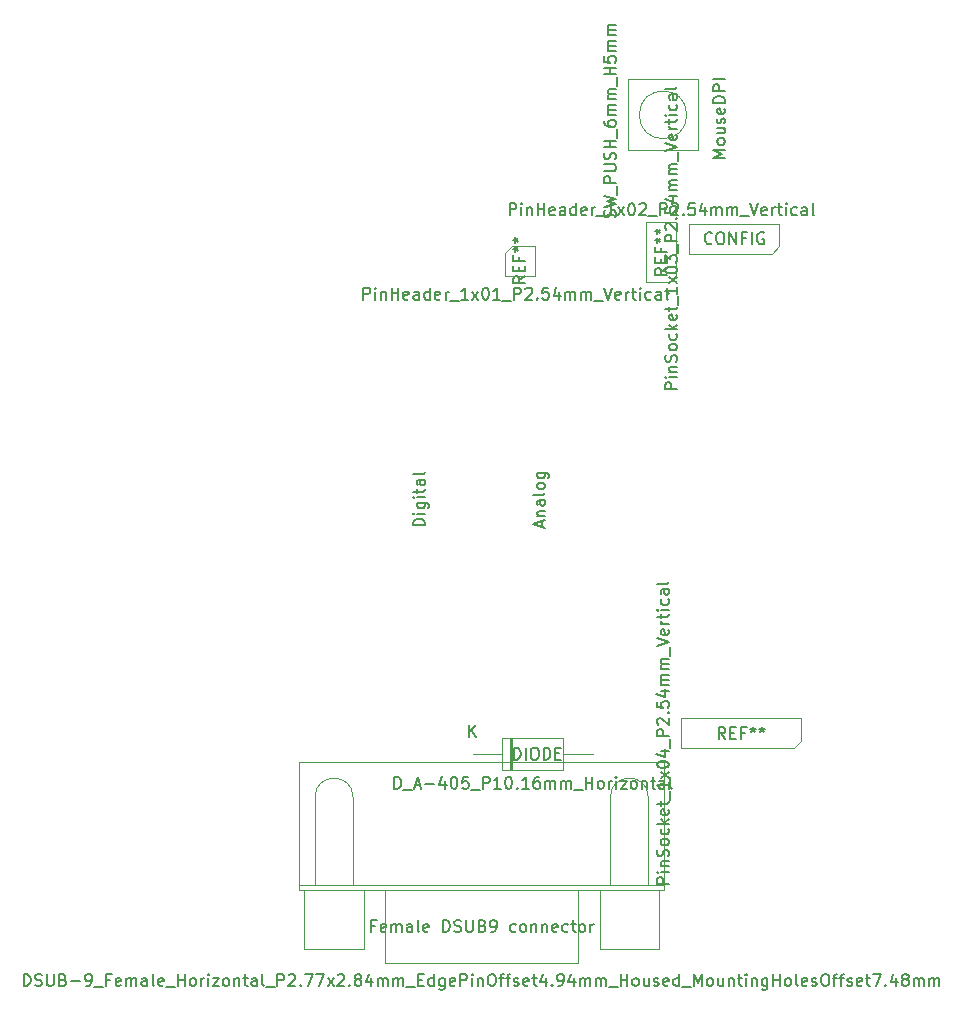
<source format=gbr>
%TF.GenerationSoftware,KiCad,Pcbnew,(6.0.2)*%
%TF.CreationDate,2024-03-24T20:04:16+01:00*%
%TF.ProjectId,amigaps2 revision1.5,616d6967-6170-4733-9220-726576697369,rev?*%
%TF.SameCoordinates,Original*%
%TF.FileFunction,AssemblyDrawing,Top*%
%FSLAX46Y46*%
G04 Gerber Fmt 4.6, Leading zero omitted, Abs format (unit mm)*
G04 Created by KiCad (PCBNEW (6.0.2)) date 2024-03-24 20:04:16*
%MOMM*%
%LPD*%
G01*
G04 APERTURE LIST*
%ADD10C,0.150000*%
%ADD11C,0.100000*%
G04 APERTURE END LIST*
D10*
%TO.C,P1*%
X142438380Y-93630476D02*
X141438380Y-93630476D01*
X141438380Y-93392380D01*
X141486000Y-93249523D01*
X141581238Y-93154285D01*
X141676476Y-93106666D01*
X141866952Y-93059047D01*
X142009809Y-93059047D01*
X142200285Y-93106666D01*
X142295523Y-93154285D01*
X142390761Y-93249523D01*
X142438380Y-93392380D01*
X142438380Y-93630476D01*
X142438380Y-92630476D02*
X141771714Y-92630476D01*
X141438380Y-92630476D02*
X141486000Y-92678095D01*
X141533619Y-92630476D01*
X141486000Y-92582857D01*
X141438380Y-92630476D01*
X141533619Y-92630476D01*
X141771714Y-91725714D02*
X142581238Y-91725714D01*
X142676476Y-91773333D01*
X142724095Y-91820952D01*
X142771714Y-91916190D01*
X142771714Y-92059047D01*
X142724095Y-92154285D01*
X142390761Y-91725714D02*
X142438380Y-91820952D01*
X142438380Y-92011428D01*
X142390761Y-92106666D01*
X142343142Y-92154285D01*
X142247904Y-92201904D01*
X141962190Y-92201904D01*
X141866952Y-92154285D01*
X141819333Y-92106666D01*
X141771714Y-92011428D01*
X141771714Y-91820952D01*
X141819333Y-91725714D01*
X142438380Y-91249523D02*
X141771714Y-91249523D01*
X141438380Y-91249523D02*
X141486000Y-91297142D01*
X141533619Y-91249523D01*
X141486000Y-91201904D01*
X141438380Y-91249523D01*
X141533619Y-91249523D01*
X141771714Y-90916190D02*
X141771714Y-90535238D01*
X141438380Y-90773333D02*
X142295523Y-90773333D01*
X142390761Y-90725714D01*
X142438380Y-90630476D01*
X142438380Y-90535238D01*
X142438380Y-89773333D02*
X141914571Y-89773333D01*
X141819333Y-89820952D01*
X141771714Y-89916190D01*
X141771714Y-90106666D01*
X141819333Y-90201904D01*
X142390761Y-89773333D02*
X142438380Y-89868571D01*
X142438380Y-90106666D01*
X142390761Y-90201904D01*
X142295523Y-90249523D01*
X142200285Y-90249523D01*
X142105047Y-90201904D01*
X142057428Y-90106666D01*
X142057428Y-89868571D01*
X142009809Y-89773333D01*
X142438380Y-89154285D02*
X142390761Y-89249523D01*
X142295523Y-89297142D01*
X141438380Y-89297142D01*
%TO.C,P2*%
X152312666Y-93749523D02*
X152312666Y-93273333D01*
X152598380Y-93844761D02*
X151598380Y-93511428D01*
X152598380Y-93178095D01*
X151931714Y-92844761D02*
X152598380Y-92844761D01*
X152026952Y-92844761D02*
X151979333Y-92797142D01*
X151931714Y-92701904D01*
X151931714Y-92559047D01*
X151979333Y-92463809D01*
X152074571Y-92416190D01*
X152598380Y-92416190D01*
X152598380Y-91511428D02*
X152074571Y-91511428D01*
X151979333Y-91559047D01*
X151931714Y-91654285D01*
X151931714Y-91844761D01*
X151979333Y-91940000D01*
X152550761Y-91511428D02*
X152598380Y-91606666D01*
X152598380Y-91844761D01*
X152550761Y-91940000D01*
X152455523Y-91987619D01*
X152360285Y-91987619D01*
X152265047Y-91940000D01*
X152217428Y-91844761D01*
X152217428Y-91606666D01*
X152169809Y-91511428D01*
X152598380Y-90892380D02*
X152550761Y-90987619D01*
X152455523Y-91035238D01*
X151598380Y-91035238D01*
X152598380Y-90368571D02*
X152550761Y-90463809D01*
X152503142Y-90511428D01*
X152407904Y-90559047D01*
X152122190Y-90559047D01*
X152026952Y-90511428D01*
X151979333Y-90463809D01*
X151931714Y-90368571D01*
X151931714Y-90225714D01*
X151979333Y-90130476D01*
X152026952Y-90082857D01*
X152122190Y-90035238D01*
X152407904Y-90035238D01*
X152503142Y-90082857D01*
X152550761Y-90130476D01*
X152598380Y-90225714D01*
X152598380Y-90368571D01*
X151931714Y-89178095D02*
X152741238Y-89178095D01*
X152836476Y-89225714D01*
X152884095Y-89273333D01*
X152931714Y-89368571D01*
X152931714Y-89511428D01*
X152884095Y-89606666D01*
X152550761Y-89178095D02*
X152598380Y-89273333D01*
X152598380Y-89463809D01*
X152550761Y-89559047D01*
X152503142Y-89606666D01*
X152407904Y-89654285D01*
X152122190Y-89654285D01*
X152026952Y-89606666D01*
X151979333Y-89559047D01*
X151931714Y-89463809D01*
X151931714Y-89273333D01*
X151979333Y-89178095D01*
%TO.C,REF\u002A\u002A*%
X149601257Y-67362780D02*
X149601257Y-66362780D01*
X149982209Y-66362780D01*
X150077447Y-66410400D01*
X150125066Y-66458019D01*
X150172685Y-66553257D01*
X150172685Y-66696114D01*
X150125066Y-66791352D01*
X150077447Y-66838971D01*
X149982209Y-66886590D01*
X149601257Y-66886590D01*
X150601257Y-67362780D02*
X150601257Y-66696114D01*
X150601257Y-66362780D02*
X150553638Y-66410400D01*
X150601257Y-66458019D01*
X150648876Y-66410400D01*
X150601257Y-66362780D01*
X150601257Y-66458019D01*
X151077447Y-66696114D02*
X151077447Y-67362780D01*
X151077447Y-66791352D02*
X151125066Y-66743733D01*
X151220304Y-66696114D01*
X151363161Y-66696114D01*
X151458400Y-66743733D01*
X151506019Y-66838971D01*
X151506019Y-67362780D01*
X151982209Y-67362780D02*
X151982209Y-66362780D01*
X151982209Y-66838971D02*
X152553638Y-66838971D01*
X152553638Y-67362780D02*
X152553638Y-66362780D01*
X153410780Y-67315161D02*
X153315542Y-67362780D01*
X153125066Y-67362780D01*
X153029828Y-67315161D01*
X152982209Y-67219923D01*
X152982209Y-66838971D01*
X153029828Y-66743733D01*
X153125066Y-66696114D01*
X153315542Y-66696114D01*
X153410780Y-66743733D01*
X153458400Y-66838971D01*
X153458400Y-66934209D01*
X152982209Y-67029447D01*
X154315542Y-67362780D02*
X154315542Y-66838971D01*
X154267923Y-66743733D01*
X154172685Y-66696114D01*
X153982209Y-66696114D01*
X153886971Y-66743733D01*
X154315542Y-67315161D02*
X154220304Y-67362780D01*
X153982209Y-67362780D01*
X153886971Y-67315161D01*
X153839352Y-67219923D01*
X153839352Y-67124685D01*
X153886971Y-67029447D01*
X153982209Y-66981828D01*
X154220304Y-66981828D01*
X154315542Y-66934209D01*
X155220304Y-67362780D02*
X155220304Y-66362780D01*
X155220304Y-67315161D02*
X155125066Y-67362780D01*
X154934590Y-67362780D01*
X154839352Y-67315161D01*
X154791733Y-67267542D01*
X154744114Y-67172304D01*
X154744114Y-66886590D01*
X154791733Y-66791352D01*
X154839352Y-66743733D01*
X154934590Y-66696114D01*
X155125066Y-66696114D01*
X155220304Y-66743733D01*
X156077447Y-67315161D02*
X155982209Y-67362780D01*
X155791733Y-67362780D01*
X155696495Y-67315161D01*
X155648876Y-67219923D01*
X155648876Y-66838971D01*
X155696495Y-66743733D01*
X155791733Y-66696114D01*
X155982209Y-66696114D01*
X156077447Y-66743733D01*
X156125066Y-66838971D01*
X156125066Y-66934209D01*
X155648876Y-67029447D01*
X156553638Y-67362780D02*
X156553638Y-66696114D01*
X156553638Y-66886590D02*
X156601257Y-66791352D01*
X156648876Y-66743733D01*
X156744114Y-66696114D01*
X156839352Y-66696114D01*
X156934590Y-67458019D02*
X157696495Y-67458019D01*
X158458400Y-67362780D02*
X157886971Y-67362780D01*
X158172685Y-67362780D02*
X158172685Y-66362780D01*
X158077447Y-66505638D01*
X157982209Y-66600876D01*
X157886971Y-66648495D01*
X158791733Y-67362780D02*
X159315542Y-66696114D01*
X158791733Y-66696114D02*
X159315542Y-67362780D01*
X159886971Y-66362780D02*
X159982209Y-66362780D01*
X160077447Y-66410400D01*
X160125066Y-66458019D01*
X160172685Y-66553257D01*
X160220304Y-66743733D01*
X160220304Y-66981828D01*
X160172685Y-67172304D01*
X160125066Y-67267542D01*
X160077447Y-67315161D01*
X159982209Y-67362780D01*
X159886971Y-67362780D01*
X159791733Y-67315161D01*
X159744114Y-67267542D01*
X159696495Y-67172304D01*
X159648876Y-66981828D01*
X159648876Y-66743733D01*
X159696495Y-66553257D01*
X159744114Y-66458019D01*
X159791733Y-66410400D01*
X159886971Y-66362780D01*
X160601257Y-66458019D02*
X160648876Y-66410400D01*
X160744114Y-66362780D01*
X160982209Y-66362780D01*
X161077447Y-66410400D01*
X161125066Y-66458019D01*
X161172685Y-66553257D01*
X161172685Y-66648495D01*
X161125066Y-66791352D01*
X160553638Y-67362780D01*
X161172685Y-67362780D01*
X161363161Y-67458019D02*
X162125066Y-67458019D01*
X162363161Y-67362780D02*
X162363161Y-66362780D01*
X162744114Y-66362780D01*
X162839352Y-66410400D01*
X162886971Y-66458019D01*
X162934590Y-66553257D01*
X162934590Y-66696114D01*
X162886971Y-66791352D01*
X162839352Y-66838971D01*
X162744114Y-66886590D01*
X162363161Y-66886590D01*
X163315542Y-66458019D02*
X163363161Y-66410400D01*
X163458400Y-66362780D01*
X163696495Y-66362780D01*
X163791733Y-66410400D01*
X163839352Y-66458019D01*
X163886971Y-66553257D01*
X163886971Y-66648495D01*
X163839352Y-66791352D01*
X163267923Y-67362780D01*
X163886971Y-67362780D01*
X164315542Y-67267542D02*
X164363161Y-67315161D01*
X164315542Y-67362780D01*
X164267923Y-67315161D01*
X164315542Y-67267542D01*
X164315542Y-67362780D01*
X165267923Y-66362780D02*
X164791733Y-66362780D01*
X164744114Y-66838971D01*
X164791733Y-66791352D01*
X164886971Y-66743733D01*
X165125066Y-66743733D01*
X165220304Y-66791352D01*
X165267923Y-66838971D01*
X165315542Y-66934209D01*
X165315542Y-67172304D01*
X165267923Y-67267542D01*
X165220304Y-67315161D01*
X165125066Y-67362780D01*
X164886971Y-67362780D01*
X164791733Y-67315161D01*
X164744114Y-67267542D01*
X166172685Y-66696114D02*
X166172685Y-67362780D01*
X165934590Y-66315161D02*
X165696495Y-67029447D01*
X166315542Y-67029447D01*
X166696495Y-67362780D02*
X166696495Y-66696114D01*
X166696495Y-66791352D02*
X166744114Y-66743733D01*
X166839352Y-66696114D01*
X166982209Y-66696114D01*
X167077447Y-66743733D01*
X167125066Y-66838971D01*
X167125066Y-67362780D01*
X167125066Y-66838971D02*
X167172685Y-66743733D01*
X167267923Y-66696114D01*
X167410780Y-66696114D01*
X167506019Y-66743733D01*
X167553638Y-66838971D01*
X167553638Y-67362780D01*
X168029828Y-67362780D02*
X168029828Y-66696114D01*
X168029828Y-66791352D02*
X168077447Y-66743733D01*
X168172685Y-66696114D01*
X168315542Y-66696114D01*
X168410780Y-66743733D01*
X168458400Y-66838971D01*
X168458400Y-67362780D01*
X168458400Y-66838971D02*
X168506019Y-66743733D01*
X168601257Y-66696114D01*
X168744114Y-66696114D01*
X168839352Y-66743733D01*
X168886971Y-66838971D01*
X168886971Y-67362780D01*
X169125066Y-67458019D02*
X169886971Y-67458019D01*
X169982209Y-66362780D02*
X170315542Y-67362780D01*
X170648876Y-66362780D01*
X171363161Y-67315161D02*
X171267923Y-67362780D01*
X171077447Y-67362780D01*
X170982209Y-67315161D01*
X170934590Y-67219923D01*
X170934590Y-66838971D01*
X170982209Y-66743733D01*
X171077447Y-66696114D01*
X171267923Y-66696114D01*
X171363161Y-66743733D01*
X171410780Y-66838971D01*
X171410780Y-66934209D01*
X170934590Y-67029447D01*
X171839352Y-67362780D02*
X171839352Y-66696114D01*
X171839352Y-66886590D02*
X171886971Y-66791352D01*
X171934590Y-66743733D01*
X172029828Y-66696114D01*
X172125066Y-66696114D01*
X172315542Y-66696114D02*
X172696495Y-66696114D01*
X172458400Y-66362780D02*
X172458400Y-67219923D01*
X172506019Y-67315161D01*
X172601257Y-67362780D01*
X172696495Y-67362780D01*
X173029828Y-67362780D02*
X173029828Y-66696114D01*
X173029828Y-66362780D02*
X172982209Y-66410400D01*
X173029828Y-66458019D01*
X173077447Y-66410400D01*
X173029828Y-66362780D01*
X173029828Y-66458019D01*
X173934590Y-67315161D02*
X173839352Y-67362780D01*
X173648876Y-67362780D01*
X173553638Y-67315161D01*
X173506019Y-67267542D01*
X173458400Y-67172304D01*
X173458400Y-66886590D01*
X173506019Y-66791352D01*
X173553638Y-66743733D01*
X173648876Y-66696114D01*
X173839352Y-66696114D01*
X173934590Y-66743733D01*
X174791733Y-67362780D02*
X174791733Y-66838971D01*
X174744114Y-66743733D01*
X174648876Y-66696114D01*
X174458400Y-66696114D01*
X174363161Y-66743733D01*
X174791733Y-67315161D02*
X174696495Y-67362780D01*
X174458400Y-67362780D01*
X174363161Y-67315161D01*
X174315542Y-67219923D01*
X174315542Y-67124685D01*
X174363161Y-67029447D01*
X174458400Y-66981828D01*
X174696495Y-66981828D01*
X174791733Y-66934209D01*
X175410780Y-67362780D02*
X175315542Y-67315161D01*
X175267923Y-67219923D01*
X175267923Y-66362780D01*
X162910780Y-71843733D02*
X162434590Y-72177066D01*
X162910780Y-72415161D02*
X161910780Y-72415161D01*
X161910780Y-72034209D01*
X161958400Y-71938971D01*
X162006019Y-71891352D01*
X162101257Y-71843733D01*
X162244114Y-71843733D01*
X162339352Y-71891352D01*
X162386971Y-71938971D01*
X162434590Y-72034209D01*
X162434590Y-72415161D01*
X162386971Y-71415161D02*
X162386971Y-71081828D01*
X162910780Y-70938971D02*
X162910780Y-71415161D01*
X161910780Y-71415161D01*
X161910780Y-70938971D01*
X162386971Y-70177066D02*
X162386971Y-70510400D01*
X162910780Y-70510400D02*
X161910780Y-70510400D01*
X161910780Y-70034209D01*
X161910780Y-69510400D02*
X162148876Y-69510400D01*
X162053638Y-69748495D02*
X162148876Y-69510400D01*
X162053638Y-69272304D01*
X162339352Y-69653257D02*
X162148876Y-69510400D01*
X162339352Y-69367542D01*
X161910780Y-68748495D02*
X162148876Y-68748495D01*
X162053638Y-68986590D02*
X162148876Y-68748495D01*
X162053638Y-68510400D01*
X162339352Y-68891352D02*
X162148876Y-68748495D01*
X162339352Y-68605638D01*
%TO.C,CONFIG*%
X163783380Y-82105095D02*
X162783380Y-82105095D01*
X162783380Y-81724142D01*
X162831000Y-81628904D01*
X162878619Y-81581285D01*
X162973857Y-81533666D01*
X163116714Y-81533666D01*
X163211952Y-81581285D01*
X163259571Y-81628904D01*
X163307190Y-81724142D01*
X163307190Y-82105095D01*
X163783380Y-81105095D02*
X163116714Y-81105095D01*
X162783380Y-81105095D02*
X162831000Y-81152714D01*
X162878619Y-81105095D01*
X162831000Y-81057476D01*
X162783380Y-81105095D01*
X162878619Y-81105095D01*
X163116714Y-80628904D02*
X163783380Y-80628904D01*
X163211952Y-80628904D02*
X163164333Y-80581285D01*
X163116714Y-80486047D01*
X163116714Y-80343190D01*
X163164333Y-80247952D01*
X163259571Y-80200333D01*
X163783380Y-80200333D01*
X163735761Y-79771761D02*
X163783380Y-79628904D01*
X163783380Y-79390809D01*
X163735761Y-79295571D01*
X163688142Y-79247952D01*
X163592904Y-79200333D01*
X163497666Y-79200333D01*
X163402428Y-79247952D01*
X163354809Y-79295571D01*
X163307190Y-79390809D01*
X163259571Y-79581285D01*
X163211952Y-79676523D01*
X163164333Y-79724142D01*
X163069095Y-79771761D01*
X162973857Y-79771761D01*
X162878619Y-79724142D01*
X162831000Y-79676523D01*
X162783380Y-79581285D01*
X162783380Y-79343190D01*
X162831000Y-79200333D01*
X163783380Y-78628904D02*
X163735761Y-78724142D01*
X163688142Y-78771761D01*
X163592904Y-78819380D01*
X163307190Y-78819380D01*
X163211952Y-78771761D01*
X163164333Y-78724142D01*
X163116714Y-78628904D01*
X163116714Y-78486047D01*
X163164333Y-78390809D01*
X163211952Y-78343190D01*
X163307190Y-78295571D01*
X163592904Y-78295571D01*
X163688142Y-78343190D01*
X163735761Y-78390809D01*
X163783380Y-78486047D01*
X163783380Y-78628904D01*
X163735761Y-77438428D02*
X163783380Y-77533666D01*
X163783380Y-77724142D01*
X163735761Y-77819380D01*
X163688142Y-77867000D01*
X163592904Y-77914619D01*
X163307190Y-77914619D01*
X163211952Y-77867000D01*
X163164333Y-77819380D01*
X163116714Y-77724142D01*
X163116714Y-77533666D01*
X163164333Y-77438428D01*
X163783380Y-77009857D02*
X162783380Y-77009857D01*
X163402428Y-76914619D02*
X163783380Y-76628904D01*
X163116714Y-76628904D02*
X163497666Y-77009857D01*
X163735761Y-75819380D02*
X163783380Y-75914619D01*
X163783380Y-76105095D01*
X163735761Y-76200333D01*
X163640523Y-76247952D01*
X163259571Y-76247952D01*
X163164333Y-76200333D01*
X163116714Y-76105095D01*
X163116714Y-75914619D01*
X163164333Y-75819380D01*
X163259571Y-75771761D01*
X163354809Y-75771761D01*
X163450047Y-76247952D01*
X163116714Y-75486047D02*
X163116714Y-75105095D01*
X162783380Y-75343190D02*
X163640523Y-75343190D01*
X163735761Y-75295571D01*
X163783380Y-75200333D01*
X163783380Y-75105095D01*
X163878619Y-75009857D02*
X163878619Y-74247952D01*
X163783380Y-73486047D02*
X163783380Y-74057476D01*
X163783380Y-73771761D02*
X162783380Y-73771761D01*
X162926238Y-73867000D01*
X163021476Y-73962238D01*
X163069095Y-74057476D01*
X163783380Y-73152714D02*
X163116714Y-72628904D01*
X163116714Y-73152714D02*
X163783380Y-72628904D01*
X162783380Y-72057476D02*
X162783380Y-71962238D01*
X162831000Y-71867000D01*
X162878619Y-71819380D01*
X162973857Y-71771761D01*
X163164333Y-71724142D01*
X163402428Y-71724142D01*
X163592904Y-71771761D01*
X163688142Y-71819380D01*
X163735761Y-71867000D01*
X163783380Y-71962238D01*
X163783380Y-72057476D01*
X163735761Y-72152714D01*
X163688142Y-72200333D01*
X163592904Y-72247952D01*
X163402428Y-72295571D01*
X163164333Y-72295571D01*
X162973857Y-72247952D01*
X162878619Y-72200333D01*
X162831000Y-72152714D01*
X162783380Y-72057476D01*
X162783380Y-71390809D02*
X162783380Y-70771761D01*
X163164333Y-71105095D01*
X163164333Y-70962238D01*
X163211952Y-70867000D01*
X163259571Y-70819380D01*
X163354809Y-70771761D01*
X163592904Y-70771761D01*
X163688142Y-70819380D01*
X163735761Y-70867000D01*
X163783380Y-70962238D01*
X163783380Y-71247952D01*
X163735761Y-71343190D01*
X163688142Y-71390809D01*
X163878619Y-70581285D02*
X163878619Y-69819380D01*
X163783380Y-69581285D02*
X162783380Y-69581285D01*
X162783380Y-69200333D01*
X162831000Y-69105095D01*
X162878619Y-69057476D01*
X162973857Y-69009857D01*
X163116714Y-69009857D01*
X163211952Y-69057476D01*
X163259571Y-69105095D01*
X163307190Y-69200333D01*
X163307190Y-69581285D01*
X162878619Y-68628904D02*
X162831000Y-68581285D01*
X162783380Y-68486047D01*
X162783380Y-68247952D01*
X162831000Y-68152714D01*
X162878619Y-68105095D01*
X162973857Y-68057476D01*
X163069095Y-68057476D01*
X163211952Y-68105095D01*
X163783380Y-68676523D01*
X163783380Y-68057476D01*
X163688142Y-67628904D02*
X163735761Y-67581285D01*
X163783380Y-67628904D01*
X163735761Y-67676523D01*
X163688142Y-67628904D01*
X163783380Y-67628904D01*
X162783380Y-66676523D02*
X162783380Y-67152714D01*
X163259571Y-67200333D01*
X163211952Y-67152714D01*
X163164333Y-67057476D01*
X163164333Y-66819380D01*
X163211952Y-66724142D01*
X163259571Y-66676523D01*
X163354809Y-66628904D01*
X163592904Y-66628904D01*
X163688142Y-66676523D01*
X163735761Y-66724142D01*
X163783380Y-66819380D01*
X163783380Y-67057476D01*
X163735761Y-67152714D01*
X163688142Y-67200333D01*
X163116714Y-65771761D02*
X163783380Y-65771761D01*
X162735761Y-66009857D02*
X163450047Y-66247952D01*
X163450047Y-65628904D01*
X163783380Y-65247952D02*
X163116714Y-65247952D01*
X163211952Y-65247952D02*
X163164333Y-65200333D01*
X163116714Y-65105095D01*
X163116714Y-64962238D01*
X163164333Y-64867000D01*
X163259571Y-64819380D01*
X163783380Y-64819380D01*
X163259571Y-64819380D02*
X163164333Y-64771761D01*
X163116714Y-64676523D01*
X163116714Y-64533666D01*
X163164333Y-64438428D01*
X163259571Y-64390809D01*
X163783380Y-64390809D01*
X163783380Y-63914619D02*
X163116714Y-63914619D01*
X163211952Y-63914619D02*
X163164333Y-63867000D01*
X163116714Y-63771761D01*
X163116714Y-63628904D01*
X163164333Y-63533666D01*
X163259571Y-63486047D01*
X163783380Y-63486047D01*
X163259571Y-63486047D02*
X163164333Y-63438428D01*
X163116714Y-63343190D01*
X163116714Y-63200333D01*
X163164333Y-63105095D01*
X163259571Y-63057476D01*
X163783380Y-63057476D01*
X163878619Y-62819380D02*
X163878619Y-62057476D01*
X162783380Y-61962238D02*
X163783380Y-61628904D01*
X162783380Y-61295571D01*
X163735761Y-60581285D02*
X163783380Y-60676523D01*
X163783380Y-60867000D01*
X163735761Y-60962238D01*
X163640523Y-61009857D01*
X163259571Y-61009857D01*
X163164333Y-60962238D01*
X163116714Y-60867000D01*
X163116714Y-60676523D01*
X163164333Y-60581285D01*
X163259571Y-60533666D01*
X163354809Y-60533666D01*
X163450047Y-61009857D01*
X163783380Y-60105095D02*
X163116714Y-60105095D01*
X163307190Y-60105095D02*
X163211952Y-60057476D01*
X163164333Y-60009857D01*
X163116714Y-59914619D01*
X163116714Y-59819380D01*
X163116714Y-59628904D02*
X163116714Y-59247952D01*
X162783380Y-59486047D02*
X163640523Y-59486047D01*
X163735761Y-59438428D01*
X163783380Y-59343190D01*
X163783380Y-59247952D01*
X163783380Y-58914619D02*
X163116714Y-58914619D01*
X162783380Y-58914619D02*
X162831000Y-58962238D01*
X162878619Y-58914619D01*
X162831000Y-58867000D01*
X162783380Y-58914619D01*
X162878619Y-58914619D01*
X163735761Y-58009857D02*
X163783380Y-58105095D01*
X163783380Y-58295571D01*
X163735761Y-58390809D01*
X163688142Y-58438428D01*
X163592904Y-58486047D01*
X163307190Y-58486047D01*
X163211952Y-58438428D01*
X163164333Y-58390809D01*
X163116714Y-58295571D01*
X163116714Y-58105095D01*
X163164333Y-58009857D01*
X163783380Y-57152714D02*
X163259571Y-57152714D01*
X163164333Y-57200333D01*
X163116714Y-57295571D01*
X163116714Y-57486047D01*
X163164333Y-57581285D01*
X163735761Y-57152714D02*
X163783380Y-57247952D01*
X163783380Y-57486047D01*
X163735761Y-57581285D01*
X163640523Y-57628904D01*
X163545285Y-57628904D01*
X163450047Y-57581285D01*
X163402428Y-57486047D01*
X163402428Y-57247952D01*
X163354809Y-57152714D01*
X163783380Y-56533666D02*
X163735761Y-56628904D01*
X163640523Y-56676523D01*
X162783380Y-56676523D01*
X166736238Y-69724142D02*
X166688619Y-69771761D01*
X166545761Y-69819380D01*
X166450523Y-69819380D01*
X166307666Y-69771761D01*
X166212428Y-69676523D01*
X166164809Y-69581285D01*
X166117190Y-69390809D01*
X166117190Y-69247952D01*
X166164809Y-69057476D01*
X166212428Y-68962238D01*
X166307666Y-68867000D01*
X166450523Y-68819380D01*
X166545761Y-68819380D01*
X166688619Y-68867000D01*
X166736238Y-68914619D01*
X167355285Y-68819380D02*
X167545761Y-68819380D01*
X167641000Y-68867000D01*
X167736238Y-68962238D01*
X167783857Y-69152714D01*
X167783857Y-69486047D01*
X167736238Y-69676523D01*
X167641000Y-69771761D01*
X167545761Y-69819380D01*
X167355285Y-69819380D01*
X167260047Y-69771761D01*
X167164809Y-69676523D01*
X167117190Y-69486047D01*
X167117190Y-69152714D01*
X167164809Y-68962238D01*
X167260047Y-68867000D01*
X167355285Y-68819380D01*
X168212428Y-69819380D02*
X168212428Y-68819380D01*
X168783857Y-69819380D01*
X168783857Y-68819380D01*
X169593380Y-69295571D02*
X169260047Y-69295571D01*
X169260047Y-69819380D02*
X169260047Y-68819380D01*
X169736238Y-68819380D01*
X170117190Y-69819380D02*
X170117190Y-68819380D01*
X171117190Y-68867000D02*
X171021952Y-68819380D01*
X170879095Y-68819380D01*
X170736238Y-68867000D01*
X170641000Y-68962238D01*
X170593380Y-69057476D01*
X170545761Y-69247952D01*
X170545761Y-69390809D01*
X170593380Y-69581285D01*
X170641000Y-69676523D01*
X170736238Y-69771761D01*
X170879095Y-69819380D01*
X170974333Y-69819380D01*
X171117190Y-69771761D01*
X171164809Y-69724142D01*
X171164809Y-69390809D01*
X170974333Y-69390809D01*
%TO.C,Female DSUB9 connector*%
X108479095Y-132634380D02*
X108479095Y-131634380D01*
X108717190Y-131634380D01*
X108860047Y-131682000D01*
X108955285Y-131777238D01*
X109002904Y-131872476D01*
X109050523Y-132062952D01*
X109050523Y-132205809D01*
X109002904Y-132396285D01*
X108955285Y-132491523D01*
X108860047Y-132586761D01*
X108717190Y-132634380D01*
X108479095Y-132634380D01*
X109431476Y-132586761D02*
X109574333Y-132634380D01*
X109812428Y-132634380D01*
X109907666Y-132586761D01*
X109955285Y-132539142D01*
X110002904Y-132443904D01*
X110002904Y-132348666D01*
X109955285Y-132253428D01*
X109907666Y-132205809D01*
X109812428Y-132158190D01*
X109621952Y-132110571D01*
X109526714Y-132062952D01*
X109479095Y-132015333D01*
X109431476Y-131920095D01*
X109431476Y-131824857D01*
X109479095Y-131729619D01*
X109526714Y-131682000D01*
X109621952Y-131634380D01*
X109860047Y-131634380D01*
X110002904Y-131682000D01*
X110431476Y-131634380D02*
X110431476Y-132443904D01*
X110479095Y-132539142D01*
X110526714Y-132586761D01*
X110621952Y-132634380D01*
X110812428Y-132634380D01*
X110907666Y-132586761D01*
X110955285Y-132539142D01*
X111002904Y-132443904D01*
X111002904Y-131634380D01*
X111812428Y-132110571D02*
X111955285Y-132158190D01*
X112002904Y-132205809D01*
X112050523Y-132301047D01*
X112050523Y-132443904D01*
X112002904Y-132539142D01*
X111955285Y-132586761D01*
X111860047Y-132634380D01*
X111479095Y-132634380D01*
X111479095Y-131634380D01*
X111812428Y-131634380D01*
X111907666Y-131682000D01*
X111955285Y-131729619D01*
X112002904Y-131824857D01*
X112002904Y-131920095D01*
X111955285Y-132015333D01*
X111907666Y-132062952D01*
X111812428Y-132110571D01*
X111479095Y-132110571D01*
X112479095Y-132253428D02*
X113241000Y-132253428D01*
X113764809Y-132634380D02*
X113955285Y-132634380D01*
X114050523Y-132586761D01*
X114098142Y-132539142D01*
X114193380Y-132396285D01*
X114241000Y-132205809D01*
X114241000Y-131824857D01*
X114193380Y-131729619D01*
X114145761Y-131682000D01*
X114050523Y-131634380D01*
X113860047Y-131634380D01*
X113764809Y-131682000D01*
X113717190Y-131729619D01*
X113669571Y-131824857D01*
X113669571Y-132062952D01*
X113717190Y-132158190D01*
X113764809Y-132205809D01*
X113860047Y-132253428D01*
X114050523Y-132253428D01*
X114145761Y-132205809D01*
X114193380Y-132158190D01*
X114241000Y-132062952D01*
X114431476Y-132729619D02*
X115193380Y-132729619D01*
X115764809Y-132110571D02*
X115431476Y-132110571D01*
X115431476Y-132634380D02*
X115431476Y-131634380D01*
X115907666Y-131634380D01*
X116669571Y-132586761D02*
X116574333Y-132634380D01*
X116383857Y-132634380D01*
X116288619Y-132586761D01*
X116241000Y-132491523D01*
X116241000Y-132110571D01*
X116288619Y-132015333D01*
X116383857Y-131967714D01*
X116574333Y-131967714D01*
X116669571Y-132015333D01*
X116717190Y-132110571D01*
X116717190Y-132205809D01*
X116241000Y-132301047D01*
X117145761Y-132634380D02*
X117145761Y-131967714D01*
X117145761Y-132062952D02*
X117193380Y-132015333D01*
X117288619Y-131967714D01*
X117431476Y-131967714D01*
X117526714Y-132015333D01*
X117574333Y-132110571D01*
X117574333Y-132634380D01*
X117574333Y-132110571D02*
X117621952Y-132015333D01*
X117717190Y-131967714D01*
X117860047Y-131967714D01*
X117955285Y-132015333D01*
X118002904Y-132110571D01*
X118002904Y-132634380D01*
X118907666Y-132634380D02*
X118907666Y-132110571D01*
X118860047Y-132015333D01*
X118764809Y-131967714D01*
X118574333Y-131967714D01*
X118479095Y-132015333D01*
X118907666Y-132586761D02*
X118812428Y-132634380D01*
X118574333Y-132634380D01*
X118479095Y-132586761D01*
X118431476Y-132491523D01*
X118431476Y-132396285D01*
X118479095Y-132301047D01*
X118574333Y-132253428D01*
X118812428Y-132253428D01*
X118907666Y-132205809D01*
X119526714Y-132634380D02*
X119431476Y-132586761D01*
X119383857Y-132491523D01*
X119383857Y-131634380D01*
X120288619Y-132586761D02*
X120193380Y-132634380D01*
X120002904Y-132634380D01*
X119907666Y-132586761D01*
X119860047Y-132491523D01*
X119860047Y-132110571D01*
X119907666Y-132015333D01*
X120002904Y-131967714D01*
X120193380Y-131967714D01*
X120288619Y-132015333D01*
X120336238Y-132110571D01*
X120336238Y-132205809D01*
X119860047Y-132301047D01*
X120526714Y-132729619D02*
X121288619Y-132729619D01*
X121526714Y-132634380D02*
X121526714Y-131634380D01*
X121526714Y-132110571D02*
X122098142Y-132110571D01*
X122098142Y-132634380D02*
X122098142Y-131634380D01*
X122717190Y-132634380D02*
X122621952Y-132586761D01*
X122574333Y-132539142D01*
X122526714Y-132443904D01*
X122526714Y-132158190D01*
X122574333Y-132062952D01*
X122621952Y-132015333D01*
X122717190Y-131967714D01*
X122860047Y-131967714D01*
X122955285Y-132015333D01*
X123002904Y-132062952D01*
X123050523Y-132158190D01*
X123050523Y-132443904D01*
X123002904Y-132539142D01*
X122955285Y-132586761D01*
X122860047Y-132634380D01*
X122717190Y-132634380D01*
X123479095Y-132634380D02*
X123479095Y-131967714D01*
X123479095Y-132158190D02*
X123526714Y-132062952D01*
X123574333Y-132015333D01*
X123669571Y-131967714D01*
X123764809Y-131967714D01*
X124098142Y-132634380D02*
X124098142Y-131967714D01*
X124098142Y-131634380D02*
X124050523Y-131682000D01*
X124098142Y-131729619D01*
X124145761Y-131682000D01*
X124098142Y-131634380D01*
X124098142Y-131729619D01*
X124479095Y-131967714D02*
X125002904Y-131967714D01*
X124479095Y-132634380D01*
X125002904Y-132634380D01*
X125526714Y-132634380D02*
X125431476Y-132586761D01*
X125383857Y-132539142D01*
X125336238Y-132443904D01*
X125336238Y-132158190D01*
X125383857Y-132062952D01*
X125431476Y-132015333D01*
X125526714Y-131967714D01*
X125669571Y-131967714D01*
X125764809Y-132015333D01*
X125812428Y-132062952D01*
X125860047Y-132158190D01*
X125860047Y-132443904D01*
X125812428Y-132539142D01*
X125764809Y-132586761D01*
X125669571Y-132634380D01*
X125526714Y-132634380D01*
X126288619Y-131967714D02*
X126288619Y-132634380D01*
X126288619Y-132062952D02*
X126336238Y-132015333D01*
X126431476Y-131967714D01*
X126574333Y-131967714D01*
X126669571Y-132015333D01*
X126717190Y-132110571D01*
X126717190Y-132634380D01*
X127050523Y-131967714D02*
X127431476Y-131967714D01*
X127193380Y-131634380D02*
X127193380Y-132491523D01*
X127241000Y-132586761D01*
X127336238Y-132634380D01*
X127431476Y-132634380D01*
X128193380Y-132634380D02*
X128193380Y-132110571D01*
X128145761Y-132015333D01*
X128050523Y-131967714D01*
X127860047Y-131967714D01*
X127764809Y-132015333D01*
X128193380Y-132586761D02*
X128098142Y-132634380D01*
X127860047Y-132634380D01*
X127764809Y-132586761D01*
X127717190Y-132491523D01*
X127717190Y-132396285D01*
X127764809Y-132301047D01*
X127860047Y-132253428D01*
X128098142Y-132253428D01*
X128193380Y-132205809D01*
X128812428Y-132634380D02*
X128717190Y-132586761D01*
X128669571Y-132491523D01*
X128669571Y-131634380D01*
X128955285Y-132729619D02*
X129717190Y-132729619D01*
X129955285Y-132634380D02*
X129955285Y-131634380D01*
X130336238Y-131634380D01*
X130431476Y-131682000D01*
X130479095Y-131729619D01*
X130526714Y-131824857D01*
X130526714Y-131967714D01*
X130479095Y-132062952D01*
X130431476Y-132110571D01*
X130336238Y-132158190D01*
X129955285Y-132158190D01*
X130907666Y-131729619D02*
X130955285Y-131682000D01*
X131050523Y-131634380D01*
X131288619Y-131634380D01*
X131383857Y-131682000D01*
X131431476Y-131729619D01*
X131479095Y-131824857D01*
X131479095Y-131920095D01*
X131431476Y-132062952D01*
X130860047Y-132634380D01*
X131479095Y-132634380D01*
X131907666Y-132539142D02*
X131955285Y-132586761D01*
X131907666Y-132634380D01*
X131860047Y-132586761D01*
X131907666Y-132539142D01*
X131907666Y-132634380D01*
X132288619Y-131634380D02*
X132955285Y-131634380D01*
X132526714Y-132634380D01*
X133241000Y-131634380D02*
X133907666Y-131634380D01*
X133479095Y-132634380D01*
X134193380Y-132634380D02*
X134717190Y-131967714D01*
X134193380Y-131967714D02*
X134717190Y-132634380D01*
X135050523Y-131729619D02*
X135098142Y-131682000D01*
X135193380Y-131634380D01*
X135431476Y-131634380D01*
X135526714Y-131682000D01*
X135574333Y-131729619D01*
X135621952Y-131824857D01*
X135621952Y-131920095D01*
X135574333Y-132062952D01*
X135002904Y-132634380D01*
X135621952Y-132634380D01*
X136050523Y-132539142D02*
X136098142Y-132586761D01*
X136050523Y-132634380D01*
X136002904Y-132586761D01*
X136050523Y-132539142D01*
X136050523Y-132634380D01*
X136669571Y-132062952D02*
X136574333Y-132015333D01*
X136526714Y-131967714D01*
X136479095Y-131872476D01*
X136479095Y-131824857D01*
X136526714Y-131729619D01*
X136574333Y-131682000D01*
X136669571Y-131634380D01*
X136860047Y-131634380D01*
X136955285Y-131682000D01*
X137002904Y-131729619D01*
X137050523Y-131824857D01*
X137050523Y-131872476D01*
X137002904Y-131967714D01*
X136955285Y-132015333D01*
X136860047Y-132062952D01*
X136669571Y-132062952D01*
X136574333Y-132110571D01*
X136526714Y-132158190D01*
X136479095Y-132253428D01*
X136479095Y-132443904D01*
X136526714Y-132539142D01*
X136574333Y-132586761D01*
X136669571Y-132634380D01*
X136860047Y-132634380D01*
X136955285Y-132586761D01*
X137002904Y-132539142D01*
X137050523Y-132443904D01*
X137050523Y-132253428D01*
X137002904Y-132158190D01*
X136955285Y-132110571D01*
X136860047Y-132062952D01*
X137907666Y-131967714D02*
X137907666Y-132634380D01*
X137669571Y-131586761D02*
X137431476Y-132301047D01*
X138050523Y-132301047D01*
X138431476Y-132634380D02*
X138431476Y-131967714D01*
X138431476Y-132062952D02*
X138479095Y-132015333D01*
X138574333Y-131967714D01*
X138717190Y-131967714D01*
X138812428Y-132015333D01*
X138860047Y-132110571D01*
X138860047Y-132634380D01*
X138860047Y-132110571D02*
X138907666Y-132015333D01*
X139002904Y-131967714D01*
X139145761Y-131967714D01*
X139241000Y-132015333D01*
X139288619Y-132110571D01*
X139288619Y-132634380D01*
X139764809Y-132634380D02*
X139764809Y-131967714D01*
X139764809Y-132062952D02*
X139812428Y-132015333D01*
X139907666Y-131967714D01*
X140050523Y-131967714D01*
X140145761Y-132015333D01*
X140193380Y-132110571D01*
X140193380Y-132634380D01*
X140193380Y-132110571D02*
X140241000Y-132015333D01*
X140336238Y-131967714D01*
X140479095Y-131967714D01*
X140574333Y-132015333D01*
X140621952Y-132110571D01*
X140621952Y-132634380D01*
X140860047Y-132729619D02*
X141621952Y-132729619D01*
X141860047Y-132110571D02*
X142193380Y-132110571D01*
X142336238Y-132634380D02*
X141860047Y-132634380D01*
X141860047Y-131634380D01*
X142336238Y-131634380D01*
X143193380Y-132634380D02*
X143193380Y-131634380D01*
X143193380Y-132586761D02*
X143098142Y-132634380D01*
X142907666Y-132634380D01*
X142812428Y-132586761D01*
X142764809Y-132539142D01*
X142717190Y-132443904D01*
X142717190Y-132158190D01*
X142764809Y-132062952D01*
X142812428Y-132015333D01*
X142907666Y-131967714D01*
X143098142Y-131967714D01*
X143193380Y-132015333D01*
X144098142Y-131967714D02*
X144098142Y-132777238D01*
X144050523Y-132872476D01*
X144002904Y-132920095D01*
X143907666Y-132967714D01*
X143764809Y-132967714D01*
X143669571Y-132920095D01*
X144098142Y-132586761D02*
X144002904Y-132634380D01*
X143812428Y-132634380D01*
X143717190Y-132586761D01*
X143669571Y-132539142D01*
X143621952Y-132443904D01*
X143621952Y-132158190D01*
X143669571Y-132062952D01*
X143717190Y-132015333D01*
X143812428Y-131967714D01*
X144002904Y-131967714D01*
X144098142Y-132015333D01*
X144955285Y-132586761D02*
X144860047Y-132634380D01*
X144669571Y-132634380D01*
X144574333Y-132586761D01*
X144526714Y-132491523D01*
X144526714Y-132110571D01*
X144574333Y-132015333D01*
X144669571Y-131967714D01*
X144860047Y-131967714D01*
X144955285Y-132015333D01*
X145002904Y-132110571D01*
X145002904Y-132205809D01*
X144526714Y-132301047D01*
X145431476Y-132634380D02*
X145431476Y-131634380D01*
X145812428Y-131634380D01*
X145907666Y-131682000D01*
X145955285Y-131729619D01*
X146002904Y-131824857D01*
X146002904Y-131967714D01*
X145955285Y-132062952D01*
X145907666Y-132110571D01*
X145812428Y-132158190D01*
X145431476Y-132158190D01*
X146431476Y-132634380D02*
X146431476Y-131967714D01*
X146431476Y-131634380D02*
X146383857Y-131682000D01*
X146431476Y-131729619D01*
X146479095Y-131682000D01*
X146431476Y-131634380D01*
X146431476Y-131729619D01*
X146907666Y-131967714D02*
X146907666Y-132634380D01*
X146907666Y-132062952D02*
X146955285Y-132015333D01*
X147050523Y-131967714D01*
X147193380Y-131967714D01*
X147288619Y-132015333D01*
X147336238Y-132110571D01*
X147336238Y-132634380D01*
X148002904Y-131634380D02*
X148193380Y-131634380D01*
X148288619Y-131682000D01*
X148383857Y-131777238D01*
X148431476Y-131967714D01*
X148431476Y-132301047D01*
X148383857Y-132491523D01*
X148288619Y-132586761D01*
X148193380Y-132634380D01*
X148002904Y-132634380D01*
X147907666Y-132586761D01*
X147812428Y-132491523D01*
X147764809Y-132301047D01*
X147764809Y-131967714D01*
X147812428Y-131777238D01*
X147907666Y-131682000D01*
X148002904Y-131634380D01*
X148717190Y-131967714D02*
X149098142Y-131967714D01*
X148860047Y-132634380D02*
X148860047Y-131777238D01*
X148907666Y-131682000D01*
X149002904Y-131634380D01*
X149098142Y-131634380D01*
X149288619Y-131967714D02*
X149669571Y-131967714D01*
X149431476Y-132634380D02*
X149431476Y-131777238D01*
X149479095Y-131682000D01*
X149574333Y-131634380D01*
X149669571Y-131634380D01*
X149955285Y-132586761D02*
X150050523Y-132634380D01*
X150241000Y-132634380D01*
X150336238Y-132586761D01*
X150383857Y-132491523D01*
X150383857Y-132443904D01*
X150336238Y-132348666D01*
X150241000Y-132301047D01*
X150098142Y-132301047D01*
X150002904Y-132253428D01*
X149955285Y-132158190D01*
X149955285Y-132110571D01*
X150002904Y-132015333D01*
X150098142Y-131967714D01*
X150241000Y-131967714D01*
X150336238Y-132015333D01*
X151193380Y-132586761D02*
X151098142Y-132634380D01*
X150907666Y-132634380D01*
X150812428Y-132586761D01*
X150764809Y-132491523D01*
X150764809Y-132110571D01*
X150812428Y-132015333D01*
X150907666Y-131967714D01*
X151098142Y-131967714D01*
X151193380Y-132015333D01*
X151241000Y-132110571D01*
X151241000Y-132205809D01*
X150764809Y-132301047D01*
X151526714Y-131967714D02*
X151907666Y-131967714D01*
X151669571Y-131634380D02*
X151669571Y-132491523D01*
X151717190Y-132586761D01*
X151812428Y-132634380D01*
X151907666Y-132634380D01*
X152669571Y-131967714D02*
X152669571Y-132634380D01*
X152431476Y-131586761D02*
X152193380Y-132301047D01*
X152812428Y-132301047D01*
X153193380Y-132539142D02*
X153241000Y-132586761D01*
X153193380Y-132634380D01*
X153145761Y-132586761D01*
X153193380Y-132539142D01*
X153193380Y-132634380D01*
X153717190Y-132634380D02*
X153907666Y-132634380D01*
X154002904Y-132586761D01*
X154050523Y-132539142D01*
X154145761Y-132396285D01*
X154193380Y-132205809D01*
X154193380Y-131824857D01*
X154145761Y-131729619D01*
X154098142Y-131682000D01*
X154002904Y-131634380D01*
X153812428Y-131634380D01*
X153717190Y-131682000D01*
X153669571Y-131729619D01*
X153621952Y-131824857D01*
X153621952Y-132062952D01*
X153669571Y-132158190D01*
X153717190Y-132205809D01*
X153812428Y-132253428D01*
X154002904Y-132253428D01*
X154098142Y-132205809D01*
X154145761Y-132158190D01*
X154193380Y-132062952D01*
X155050523Y-131967714D02*
X155050523Y-132634380D01*
X154812428Y-131586761D02*
X154574333Y-132301047D01*
X155193380Y-132301047D01*
X155574333Y-132634380D02*
X155574333Y-131967714D01*
X155574333Y-132062952D02*
X155621952Y-132015333D01*
X155717190Y-131967714D01*
X155860047Y-131967714D01*
X155955285Y-132015333D01*
X156002904Y-132110571D01*
X156002904Y-132634380D01*
X156002904Y-132110571D02*
X156050523Y-132015333D01*
X156145761Y-131967714D01*
X156288619Y-131967714D01*
X156383857Y-132015333D01*
X156431476Y-132110571D01*
X156431476Y-132634380D01*
X156907666Y-132634380D02*
X156907666Y-131967714D01*
X156907666Y-132062952D02*
X156955285Y-132015333D01*
X157050523Y-131967714D01*
X157193380Y-131967714D01*
X157288619Y-132015333D01*
X157336238Y-132110571D01*
X157336238Y-132634380D01*
X157336238Y-132110571D02*
X157383857Y-132015333D01*
X157479095Y-131967714D01*
X157621952Y-131967714D01*
X157717190Y-132015333D01*
X157764809Y-132110571D01*
X157764809Y-132634380D01*
X158002904Y-132729619D02*
X158764809Y-132729619D01*
X159002904Y-132634380D02*
X159002904Y-131634380D01*
X159002904Y-132110571D02*
X159574333Y-132110571D01*
X159574333Y-132634380D02*
X159574333Y-131634380D01*
X160193380Y-132634380D02*
X160098142Y-132586761D01*
X160050523Y-132539142D01*
X160002904Y-132443904D01*
X160002904Y-132158190D01*
X160050523Y-132062952D01*
X160098142Y-132015333D01*
X160193380Y-131967714D01*
X160336238Y-131967714D01*
X160431476Y-132015333D01*
X160479095Y-132062952D01*
X160526714Y-132158190D01*
X160526714Y-132443904D01*
X160479095Y-132539142D01*
X160431476Y-132586761D01*
X160336238Y-132634380D01*
X160193380Y-132634380D01*
X161383857Y-131967714D02*
X161383857Y-132634380D01*
X160955285Y-131967714D02*
X160955285Y-132491523D01*
X161002904Y-132586761D01*
X161098142Y-132634380D01*
X161241000Y-132634380D01*
X161336238Y-132586761D01*
X161383857Y-132539142D01*
X161812428Y-132586761D02*
X161907666Y-132634380D01*
X162098142Y-132634380D01*
X162193380Y-132586761D01*
X162241000Y-132491523D01*
X162241000Y-132443904D01*
X162193380Y-132348666D01*
X162098142Y-132301047D01*
X161955285Y-132301047D01*
X161860047Y-132253428D01*
X161812428Y-132158190D01*
X161812428Y-132110571D01*
X161860047Y-132015333D01*
X161955285Y-131967714D01*
X162098142Y-131967714D01*
X162193380Y-132015333D01*
X163050523Y-132586761D02*
X162955285Y-132634380D01*
X162764809Y-132634380D01*
X162669571Y-132586761D01*
X162621952Y-132491523D01*
X162621952Y-132110571D01*
X162669571Y-132015333D01*
X162764809Y-131967714D01*
X162955285Y-131967714D01*
X163050523Y-132015333D01*
X163098142Y-132110571D01*
X163098142Y-132205809D01*
X162621952Y-132301047D01*
X163955285Y-132634380D02*
X163955285Y-131634380D01*
X163955285Y-132586761D02*
X163860047Y-132634380D01*
X163669571Y-132634380D01*
X163574333Y-132586761D01*
X163526714Y-132539142D01*
X163479095Y-132443904D01*
X163479095Y-132158190D01*
X163526714Y-132062952D01*
X163574333Y-132015333D01*
X163669571Y-131967714D01*
X163860047Y-131967714D01*
X163955285Y-132015333D01*
X164193380Y-132729619D02*
X164955285Y-132729619D01*
X165193380Y-132634380D02*
X165193380Y-131634380D01*
X165526714Y-132348666D01*
X165860047Y-131634380D01*
X165860047Y-132634380D01*
X166479095Y-132634380D02*
X166383857Y-132586761D01*
X166336238Y-132539142D01*
X166288619Y-132443904D01*
X166288619Y-132158190D01*
X166336238Y-132062952D01*
X166383857Y-132015333D01*
X166479095Y-131967714D01*
X166621952Y-131967714D01*
X166717190Y-132015333D01*
X166764809Y-132062952D01*
X166812428Y-132158190D01*
X166812428Y-132443904D01*
X166764809Y-132539142D01*
X166717190Y-132586761D01*
X166621952Y-132634380D01*
X166479095Y-132634380D01*
X167669571Y-131967714D02*
X167669571Y-132634380D01*
X167241000Y-131967714D02*
X167241000Y-132491523D01*
X167288619Y-132586761D01*
X167383857Y-132634380D01*
X167526714Y-132634380D01*
X167621952Y-132586761D01*
X167669571Y-132539142D01*
X168145761Y-131967714D02*
X168145761Y-132634380D01*
X168145761Y-132062952D02*
X168193380Y-132015333D01*
X168288619Y-131967714D01*
X168431476Y-131967714D01*
X168526714Y-132015333D01*
X168574333Y-132110571D01*
X168574333Y-132634380D01*
X168907666Y-131967714D02*
X169288619Y-131967714D01*
X169050523Y-131634380D02*
X169050523Y-132491523D01*
X169098142Y-132586761D01*
X169193380Y-132634380D01*
X169288619Y-132634380D01*
X169621952Y-132634380D02*
X169621952Y-131967714D01*
X169621952Y-131634380D02*
X169574333Y-131682000D01*
X169621952Y-131729619D01*
X169669571Y-131682000D01*
X169621952Y-131634380D01*
X169621952Y-131729619D01*
X170098142Y-131967714D02*
X170098142Y-132634380D01*
X170098142Y-132062952D02*
X170145761Y-132015333D01*
X170241000Y-131967714D01*
X170383857Y-131967714D01*
X170479095Y-132015333D01*
X170526714Y-132110571D01*
X170526714Y-132634380D01*
X171431476Y-131967714D02*
X171431476Y-132777238D01*
X171383857Y-132872476D01*
X171336238Y-132920095D01*
X171241000Y-132967714D01*
X171098142Y-132967714D01*
X171002904Y-132920095D01*
X171431476Y-132586761D02*
X171336238Y-132634380D01*
X171145761Y-132634380D01*
X171050523Y-132586761D01*
X171002904Y-132539142D01*
X170955285Y-132443904D01*
X170955285Y-132158190D01*
X171002904Y-132062952D01*
X171050523Y-132015333D01*
X171145761Y-131967714D01*
X171336238Y-131967714D01*
X171431476Y-132015333D01*
X171907666Y-132634380D02*
X171907666Y-131634380D01*
X171907666Y-132110571D02*
X172479095Y-132110571D01*
X172479095Y-132634380D02*
X172479095Y-131634380D01*
X173098142Y-132634380D02*
X173002904Y-132586761D01*
X172955285Y-132539142D01*
X172907666Y-132443904D01*
X172907666Y-132158190D01*
X172955285Y-132062952D01*
X173002904Y-132015333D01*
X173098142Y-131967714D01*
X173241000Y-131967714D01*
X173336238Y-132015333D01*
X173383857Y-132062952D01*
X173431476Y-132158190D01*
X173431476Y-132443904D01*
X173383857Y-132539142D01*
X173336238Y-132586761D01*
X173241000Y-132634380D01*
X173098142Y-132634380D01*
X174002904Y-132634380D02*
X173907666Y-132586761D01*
X173860047Y-132491523D01*
X173860047Y-131634380D01*
X174764809Y-132586761D02*
X174669571Y-132634380D01*
X174479095Y-132634380D01*
X174383857Y-132586761D01*
X174336238Y-132491523D01*
X174336238Y-132110571D01*
X174383857Y-132015333D01*
X174479095Y-131967714D01*
X174669571Y-131967714D01*
X174764809Y-132015333D01*
X174812428Y-132110571D01*
X174812428Y-132205809D01*
X174336238Y-132301047D01*
X175193380Y-132586761D02*
X175288619Y-132634380D01*
X175479095Y-132634380D01*
X175574333Y-132586761D01*
X175621952Y-132491523D01*
X175621952Y-132443904D01*
X175574333Y-132348666D01*
X175479095Y-132301047D01*
X175336238Y-132301047D01*
X175241000Y-132253428D01*
X175193380Y-132158190D01*
X175193380Y-132110571D01*
X175241000Y-132015333D01*
X175336238Y-131967714D01*
X175479095Y-131967714D01*
X175574333Y-132015333D01*
X176241000Y-131634380D02*
X176431476Y-131634380D01*
X176526714Y-131682000D01*
X176621952Y-131777238D01*
X176669571Y-131967714D01*
X176669571Y-132301047D01*
X176621952Y-132491523D01*
X176526714Y-132586761D01*
X176431476Y-132634380D01*
X176241000Y-132634380D01*
X176145761Y-132586761D01*
X176050523Y-132491523D01*
X176002904Y-132301047D01*
X176002904Y-131967714D01*
X176050523Y-131777238D01*
X176145761Y-131682000D01*
X176241000Y-131634380D01*
X176955285Y-131967714D02*
X177336238Y-131967714D01*
X177098142Y-132634380D02*
X177098142Y-131777238D01*
X177145761Y-131682000D01*
X177241000Y-131634380D01*
X177336238Y-131634380D01*
X177526714Y-131967714D02*
X177907666Y-131967714D01*
X177669571Y-132634380D02*
X177669571Y-131777238D01*
X177717190Y-131682000D01*
X177812428Y-131634380D01*
X177907666Y-131634380D01*
X178193380Y-132586761D02*
X178288619Y-132634380D01*
X178479095Y-132634380D01*
X178574333Y-132586761D01*
X178621952Y-132491523D01*
X178621952Y-132443904D01*
X178574333Y-132348666D01*
X178479095Y-132301047D01*
X178336238Y-132301047D01*
X178241000Y-132253428D01*
X178193380Y-132158190D01*
X178193380Y-132110571D01*
X178241000Y-132015333D01*
X178336238Y-131967714D01*
X178479095Y-131967714D01*
X178574333Y-132015333D01*
X179431476Y-132586761D02*
X179336238Y-132634380D01*
X179145761Y-132634380D01*
X179050523Y-132586761D01*
X179002904Y-132491523D01*
X179002904Y-132110571D01*
X179050523Y-132015333D01*
X179145761Y-131967714D01*
X179336238Y-131967714D01*
X179431476Y-132015333D01*
X179479095Y-132110571D01*
X179479095Y-132205809D01*
X179002904Y-132301047D01*
X179764809Y-131967714D02*
X180145761Y-131967714D01*
X179907666Y-131634380D02*
X179907666Y-132491523D01*
X179955285Y-132586761D01*
X180050523Y-132634380D01*
X180145761Y-132634380D01*
X180383857Y-131634380D02*
X181050523Y-131634380D01*
X180621952Y-132634380D01*
X181431476Y-132539142D02*
X181479095Y-132586761D01*
X181431476Y-132634380D01*
X181383857Y-132586761D01*
X181431476Y-132539142D01*
X181431476Y-132634380D01*
X182336238Y-131967714D02*
X182336238Y-132634380D01*
X182098142Y-131586761D02*
X181860047Y-132301047D01*
X182479095Y-132301047D01*
X183002904Y-132062952D02*
X182907666Y-132015333D01*
X182860047Y-131967714D01*
X182812428Y-131872476D01*
X182812428Y-131824857D01*
X182860047Y-131729619D01*
X182907666Y-131682000D01*
X183002904Y-131634380D01*
X183193380Y-131634380D01*
X183288619Y-131682000D01*
X183336238Y-131729619D01*
X183383857Y-131824857D01*
X183383857Y-131872476D01*
X183336238Y-131967714D01*
X183288619Y-132015333D01*
X183193380Y-132062952D01*
X183002904Y-132062952D01*
X182907666Y-132110571D01*
X182860047Y-132158190D01*
X182812428Y-132253428D01*
X182812428Y-132443904D01*
X182860047Y-132539142D01*
X182907666Y-132586761D01*
X183002904Y-132634380D01*
X183193380Y-132634380D01*
X183288619Y-132586761D01*
X183336238Y-132539142D01*
X183383857Y-132443904D01*
X183383857Y-132253428D01*
X183336238Y-132158190D01*
X183288619Y-132110571D01*
X183193380Y-132062952D01*
X183812428Y-132634380D02*
X183812428Y-131967714D01*
X183812428Y-132062952D02*
X183860047Y-132015333D01*
X183955285Y-131967714D01*
X184098142Y-131967714D01*
X184193380Y-132015333D01*
X184241000Y-132110571D01*
X184241000Y-132634380D01*
X184241000Y-132110571D02*
X184288619Y-132015333D01*
X184383857Y-131967714D01*
X184526714Y-131967714D01*
X184621952Y-132015333D01*
X184669571Y-132110571D01*
X184669571Y-132634380D01*
X185145761Y-132634380D02*
X185145761Y-131967714D01*
X185145761Y-132062952D02*
X185193380Y-132015333D01*
X185288619Y-131967714D01*
X185431476Y-131967714D01*
X185526714Y-132015333D01*
X185574333Y-132110571D01*
X185574333Y-132634380D01*
X185574333Y-132110571D02*
X185621952Y-132015333D01*
X185717190Y-131967714D01*
X185860047Y-131967714D01*
X185955285Y-132015333D01*
X186002904Y-132110571D01*
X186002904Y-132634380D01*
X138217190Y-127525571D02*
X137883857Y-127525571D01*
X137883857Y-128049380D02*
X137883857Y-127049380D01*
X138360047Y-127049380D01*
X139121952Y-128001761D02*
X139026714Y-128049380D01*
X138836238Y-128049380D01*
X138741000Y-128001761D01*
X138693380Y-127906523D01*
X138693380Y-127525571D01*
X138741000Y-127430333D01*
X138836238Y-127382714D01*
X139026714Y-127382714D01*
X139121952Y-127430333D01*
X139169571Y-127525571D01*
X139169571Y-127620809D01*
X138693380Y-127716047D01*
X139598142Y-128049380D02*
X139598142Y-127382714D01*
X139598142Y-127477952D02*
X139645761Y-127430333D01*
X139741000Y-127382714D01*
X139883857Y-127382714D01*
X139979095Y-127430333D01*
X140026714Y-127525571D01*
X140026714Y-128049380D01*
X140026714Y-127525571D02*
X140074333Y-127430333D01*
X140169571Y-127382714D01*
X140312428Y-127382714D01*
X140407666Y-127430333D01*
X140455285Y-127525571D01*
X140455285Y-128049380D01*
X141360047Y-128049380D02*
X141360047Y-127525571D01*
X141312428Y-127430333D01*
X141217190Y-127382714D01*
X141026714Y-127382714D01*
X140931476Y-127430333D01*
X141360047Y-128001761D02*
X141264809Y-128049380D01*
X141026714Y-128049380D01*
X140931476Y-128001761D01*
X140883857Y-127906523D01*
X140883857Y-127811285D01*
X140931476Y-127716047D01*
X141026714Y-127668428D01*
X141264809Y-127668428D01*
X141360047Y-127620809D01*
X141979095Y-128049380D02*
X141883857Y-128001761D01*
X141836238Y-127906523D01*
X141836238Y-127049380D01*
X142741000Y-128001761D02*
X142645761Y-128049380D01*
X142455285Y-128049380D01*
X142360047Y-128001761D01*
X142312428Y-127906523D01*
X142312428Y-127525571D01*
X142360047Y-127430333D01*
X142455285Y-127382714D01*
X142645761Y-127382714D01*
X142741000Y-127430333D01*
X142788619Y-127525571D01*
X142788619Y-127620809D01*
X142312428Y-127716047D01*
X143979095Y-128049380D02*
X143979095Y-127049380D01*
X144217190Y-127049380D01*
X144360047Y-127097000D01*
X144455285Y-127192238D01*
X144502904Y-127287476D01*
X144550523Y-127477952D01*
X144550523Y-127620809D01*
X144502904Y-127811285D01*
X144455285Y-127906523D01*
X144360047Y-128001761D01*
X144217190Y-128049380D01*
X143979095Y-128049380D01*
X144931476Y-128001761D02*
X145074333Y-128049380D01*
X145312428Y-128049380D01*
X145407666Y-128001761D01*
X145455285Y-127954142D01*
X145502904Y-127858904D01*
X145502904Y-127763666D01*
X145455285Y-127668428D01*
X145407666Y-127620809D01*
X145312428Y-127573190D01*
X145121952Y-127525571D01*
X145026714Y-127477952D01*
X144979095Y-127430333D01*
X144931476Y-127335095D01*
X144931476Y-127239857D01*
X144979095Y-127144619D01*
X145026714Y-127097000D01*
X145121952Y-127049380D01*
X145360047Y-127049380D01*
X145502904Y-127097000D01*
X145931476Y-127049380D02*
X145931476Y-127858904D01*
X145979095Y-127954142D01*
X146026714Y-128001761D01*
X146121952Y-128049380D01*
X146312428Y-128049380D01*
X146407666Y-128001761D01*
X146455285Y-127954142D01*
X146502904Y-127858904D01*
X146502904Y-127049380D01*
X147312428Y-127525571D02*
X147455285Y-127573190D01*
X147502904Y-127620809D01*
X147550523Y-127716047D01*
X147550523Y-127858904D01*
X147502904Y-127954142D01*
X147455285Y-128001761D01*
X147360047Y-128049380D01*
X146979095Y-128049380D01*
X146979095Y-127049380D01*
X147312428Y-127049380D01*
X147407666Y-127097000D01*
X147455285Y-127144619D01*
X147502904Y-127239857D01*
X147502904Y-127335095D01*
X147455285Y-127430333D01*
X147407666Y-127477952D01*
X147312428Y-127525571D01*
X146979095Y-127525571D01*
X148026714Y-128049380D02*
X148217190Y-128049380D01*
X148312428Y-128001761D01*
X148360047Y-127954142D01*
X148455285Y-127811285D01*
X148502904Y-127620809D01*
X148502904Y-127239857D01*
X148455285Y-127144619D01*
X148407666Y-127097000D01*
X148312428Y-127049380D01*
X148121952Y-127049380D01*
X148026714Y-127097000D01*
X147979095Y-127144619D01*
X147931476Y-127239857D01*
X147931476Y-127477952D01*
X147979095Y-127573190D01*
X148026714Y-127620809D01*
X148121952Y-127668428D01*
X148312428Y-127668428D01*
X148407666Y-127620809D01*
X148455285Y-127573190D01*
X148502904Y-127477952D01*
X150121952Y-128001761D02*
X150026714Y-128049380D01*
X149836238Y-128049380D01*
X149741000Y-128001761D01*
X149693380Y-127954142D01*
X149645761Y-127858904D01*
X149645761Y-127573190D01*
X149693380Y-127477952D01*
X149741000Y-127430333D01*
X149836238Y-127382714D01*
X150026714Y-127382714D01*
X150121952Y-127430333D01*
X150693380Y-128049380D02*
X150598142Y-128001761D01*
X150550523Y-127954142D01*
X150502904Y-127858904D01*
X150502904Y-127573190D01*
X150550523Y-127477952D01*
X150598142Y-127430333D01*
X150693380Y-127382714D01*
X150836238Y-127382714D01*
X150931476Y-127430333D01*
X150979095Y-127477952D01*
X151026714Y-127573190D01*
X151026714Y-127858904D01*
X150979095Y-127954142D01*
X150931476Y-128001761D01*
X150836238Y-128049380D01*
X150693380Y-128049380D01*
X151455285Y-127382714D02*
X151455285Y-128049380D01*
X151455285Y-127477952D02*
X151502904Y-127430333D01*
X151598142Y-127382714D01*
X151741000Y-127382714D01*
X151836238Y-127430333D01*
X151883857Y-127525571D01*
X151883857Y-128049380D01*
X152360047Y-127382714D02*
X152360047Y-128049380D01*
X152360047Y-127477952D02*
X152407666Y-127430333D01*
X152502904Y-127382714D01*
X152645761Y-127382714D01*
X152741000Y-127430333D01*
X152788619Y-127525571D01*
X152788619Y-128049380D01*
X153645761Y-128001761D02*
X153550523Y-128049380D01*
X153360047Y-128049380D01*
X153264809Y-128001761D01*
X153217190Y-127906523D01*
X153217190Y-127525571D01*
X153264809Y-127430333D01*
X153360047Y-127382714D01*
X153550523Y-127382714D01*
X153645761Y-127430333D01*
X153693380Y-127525571D01*
X153693380Y-127620809D01*
X153217190Y-127716047D01*
X154550523Y-128001761D02*
X154455285Y-128049380D01*
X154264809Y-128049380D01*
X154169571Y-128001761D01*
X154121952Y-127954142D01*
X154074333Y-127858904D01*
X154074333Y-127573190D01*
X154121952Y-127477952D01*
X154169571Y-127430333D01*
X154264809Y-127382714D01*
X154455285Y-127382714D01*
X154550523Y-127430333D01*
X154836238Y-127382714D02*
X155217190Y-127382714D01*
X154979095Y-127049380D02*
X154979095Y-127906523D01*
X155026714Y-128001761D01*
X155121952Y-128049380D01*
X155217190Y-128049380D01*
X155693380Y-128049380D02*
X155598142Y-128001761D01*
X155550523Y-127954142D01*
X155502904Y-127858904D01*
X155502904Y-127573190D01*
X155550523Y-127477952D01*
X155598142Y-127430333D01*
X155693380Y-127382714D01*
X155836238Y-127382714D01*
X155931476Y-127430333D01*
X155979095Y-127477952D01*
X156026714Y-127573190D01*
X156026714Y-127858904D01*
X155979095Y-127954142D01*
X155931476Y-128001761D01*
X155836238Y-128049380D01*
X155693380Y-128049380D01*
X156455285Y-128049380D02*
X156455285Y-127382714D01*
X156455285Y-127573190D02*
X156502904Y-127477952D01*
X156550523Y-127430333D01*
X156645761Y-127382714D01*
X156741000Y-127382714D01*
%TO.C,DIODE*%
X139859523Y-115932380D02*
X139859523Y-114932380D01*
X140097619Y-114932380D01*
X140240476Y-114980000D01*
X140335714Y-115075238D01*
X140383333Y-115170476D01*
X140430952Y-115360952D01*
X140430952Y-115503809D01*
X140383333Y-115694285D01*
X140335714Y-115789523D01*
X140240476Y-115884761D01*
X140097619Y-115932380D01*
X139859523Y-115932380D01*
X140621428Y-116027619D02*
X141383333Y-116027619D01*
X141573809Y-115646666D02*
X142050000Y-115646666D01*
X141478571Y-115932380D02*
X141811904Y-114932380D01*
X142145238Y-115932380D01*
X142478571Y-115551428D02*
X143240476Y-115551428D01*
X144145238Y-115265714D02*
X144145238Y-115932380D01*
X143907142Y-114884761D02*
X143669047Y-115599047D01*
X144288095Y-115599047D01*
X144859523Y-114932380D02*
X144954761Y-114932380D01*
X145050000Y-114980000D01*
X145097619Y-115027619D01*
X145145238Y-115122857D01*
X145192857Y-115313333D01*
X145192857Y-115551428D01*
X145145238Y-115741904D01*
X145097619Y-115837142D01*
X145050000Y-115884761D01*
X144954761Y-115932380D01*
X144859523Y-115932380D01*
X144764285Y-115884761D01*
X144716666Y-115837142D01*
X144669047Y-115741904D01*
X144621428Y-115551428D01*
X144621428Y-115313333D01*
X144669047Y-115122857D01*
X144716666Y-115027619D01*
X144764285Y-114980000D01*
X144859523Y-114932380D01*
X146097619Y-114932380D02*
X145621428Y-114932380D01*
X145573809Y-115408571D01*
X145621428Y-115360952D01*
X145716666Y-115313333D01*
X145954761Y-115313333D01*
X146050000Y-115360952D01*
X146097619Y-115408571D01*
X146145238Y-115503809D01*
X146145238Y-115741904D01*
X146097619Y-115837142D01*
X146050000Y-115884761D01*
X145954761Y-115932380D01*
X145716666Y-115932380D01*
X145621428Y-115884761D01*
X145573809Y-115837142D01*
X146335714Y-116027619D02*
X147097619Y-116027619D01*
X147335714Y-115932380D02*
X147335714Y-114932380D01*
X147716666Y-114932380D01*
X147811904Y-114980000D01*
X147859523Y-115027619D01*
X147907142Y-115122857D01*
X147907142Y-115265714D01*
X147859523Y-115360952D01*
X147811904Y-115408571D01*
X147716666Y-115456190D01*
X147335714Y-115456190D01*
X148859523Y-115932380D02*
X148288095Y-115932380D01*
X148573809Y-115932380D02*
X148573809Y-114932380D01*
X148478571Y-115075238D01*
X148383333Y-115170476D01*
X148288095Y-115218095D01*
X149478571Y-114932380D02*
X149573809Y-114932380D01*
X149669047Y-114980000D01*
X149716666Y-115027619D01*
X149764285Y-115122857D01*
X149811904Y-115313333D01*
X149811904Y-115551428D01*
X149764285Y-115741904D01*
X149716666Y-115837142D01*
X149669047Y-115884761D01*
X149573809Y-115932380D01*
X149478571Y-115932380D01*
X149383333Y-115884761D01*
X149335714Y-115837142D01*
X149288095Y-115741904D01*
X149240476Y-115551428D01*
X149240476Y-115313333D01*
X149288095Y-115122857D01*
X149335714Y-115027619D01*
X149383333Y-114980000D01*
X149478571Y-114932380D01*
X150240476Y-115837142D02*
X150288095Y-115884761D01*
X150240476Y-115932380D01*
X150192857Y-115884761D01*
X150240476Y-115837142D01*
X150240476Y-115932380D01*
X151240476Y-115932380D02*
X150669047Y-115932380D01*
X150954761Y-115932380D02*
X150954761Y-114932380D01*
X150859523Y-115075238D01*
X150764285Y-115170476D01*
X150669047Y-115218095D01*
X152097619Y-114932380D02*
X151907142Y-114932380D01*
X151811904Y-114980000D01*
X151764285Y-115027619D01*
X151669047Y-115170476D01*
X151621428Y-115360952D01*
X151621428Y-115741904D01*
X151669047Y-115837142D01*
X151716666Y-115884761D01*
X151811904Y-115932380D01*
X152002380Y-115932380D01*
X152097619Y-115884761D01*
X152145238Y-115837142D01*
X152192857Y-115741904D01*
X152192857Y-115503809D01*
X152145238Y-115408571D01*
X152097619Y-115360952D01*
X152002380Y-115313333D01*
X151811904Y-115313333D01*
X151716666Y-115360952D01*
X151669047Y-115408571D01*
X151621428Y-115503809D01*
X152621428Y-115932380D02*
X152621428Y-115265714D01*
X152621428Y-115360952D02*
X152669047Y-115313333D01*
X152764285Y-115265714D01*
X152907142Y-115265714D01*
X153002380Y-115313333D01*
X153050000Y-115408571D01*
X153050000Y-115932380D01*
X153050000Y-115408571D02*
X153097619Y-115313333D01*
X153192857Y-115265714D01*
X153335714Y-115265714D01*
X153430952Y-115313333D01*
X153478571Y-115408571D01*
X153478571Y-115932380D01*
X153954761Y-115932380D02*
X153954761Y-115265714D01*
X153954761Y-115360952D02*
X154002380Y-115313333D01*
X154097619Y-115265714D01*
X154240476Y-115265714D01*
X154335714Y-115313333D01*
X154383333Y-115408571D01*
X154383333Y-115932380D01*
X154383333Y-115408571D02*
X154430952Y-115313333D01*
X154526190Y-115265714D01*
X154669047Y-115265714D01*
X154764285Y-115313333D01*
X154811904Y-115408571D01*
X154811904Y-115932380D01*
X155050000Y-116027619D02*
X155811904Y-116027619D01*
X156050000Y-115932380D02*
X156050000Y-114932380D01*
X156050000Y-115408571D02*
X156621428Y-115408571D01*
X156621428Y-115932380D02*
X156621428Y-114932380D01*
X157240476Y-115932380D02*
X157145238Y-115884761D01*
X157097619Y-115837142D01*
X157050000Y-115741904D01*
X157050000Y-115456190D01*
X157097619Y-115360952D01*
X157145238Y-115313333D01*
X157240476Y-115265714D01*
X157383333Y-115265714D01*
X157478571Y-115313333D01*
X157526190Y-115360952D01*
X157573809Y-115456190D01*
X157573809Y-115741904D01*
X157526190Y-115837142D01*
X157478571Y-115884761D01*
X157383333Y-115932380D01*
X157240476Y-115932380D01*
X158002380Y-115932380D02*
X158002380Y-115265714D01*
X158002380Y-115456190D02*
X158050000Y-115360952D01*
X158097619Y-115313333D01*
X158192857Y-115265714D01*
X158288095Y-115265714D01*
X158621428Y-115932380D02*
X158621428Y-115265714D01*
X158621428Y-114932380D02*
X158573809Y-114980000D01*
X158621428Y-115027619D01*
X158669047Y-114980000D01*
X158621428Y-114932380D01*
X158621428Y-115027619D01*
X159002380Y-115265714D02*
X159526190Y-115265714D01*
X159002380Y-115932380D01*
X159526190Y-115932380D01*
X160050000Y-115932380D02*
X159954761Y-115884761D01*
X159907142Y-115837142D01*
X159859523Y-115741904D01*
X159859523Y-115456190D01*
X159907142Y-115360952D01*
X159954761Y-115313333D01*
X160050000Y-115265714D01*
X160192857Y-115265714D01*
X160288095Y-115313333D01*
X160335714Y-115360952D01*
X160383333Y-115456190D01*
X160383333Y-115741904D01*
X160335714Y-115837142D01*
X160288095Y-115884761D01*
X160192857Y-115932380D01*
X160050000Y-115932380D01*
X160811904Y-115265714D02*
X160811904Y-115932380D01*
X160811904Y-115360952D02*
X160859523Y-115313333D01*
X160954761Y-115265714D01*
X161097619Y-115265714D01*
X161192857Y-115313333D01*
X161240476Y-115408571D01*
X161240476Y-115932380D01*
X161573809Y-115265714D02*
X161954761Y-115265714D01*
X161716666Y-114932380D02*
X161716666Y-115789523D01*
X161764285Y-115884761D01*
X161859523Y-115932380D01*
X161954761Y-115932380D01*
X162716666Y-115932380D02*
X162716666Y-115408571D01*
X162669047Y-115313333D01*
X162573809Y-115265714D01*
X162383333Y-115265714D01*
X162288095Y-115313333D01*
X162716666Y-115884761D02*
X162621428Y-115932380D01*
X162383333Y-115932380D01*
X162288095Y-115884761D01*
X162240476Y-115789523D01*
X162240476Y-115694285D01*
X162288095Y-115599047D01*
X162383333Y-115551428D01*
X162621428Y-115551428D01*
X162716666Y-115503809D01*
X163335714Y-115932380D02*
X163240476Y-115884761D01*
X163192857Y-115789523D01*
X163192857Y-114932380D01*
X149963809Y-113462380D02*
X149963809Y-112462380D01*
X150201904Y-112462380D01*
X150344761Y-112510000D01*
X150440000Y-112605238D01*
X150487619Y-112700476D01*
X150535238Y-112890952D01*
X150535238Y-113033809D01*
X150487619Y-113224285D01*
X150440000Y-113319523D01*
X150344761Y-113414761D01*
X150201904Y-113462380D01*
X149963809Y-113462380D01*
X150963809Y-113462380D02*
X150963809Y-112462380D01*
X151630476Y-112462380D02*
X151820952Y-112462380D01*
X151916190Y-112510000D01*
X152011428Y-112605238D01*
X152059047Y-112795714D01*
X152059047Y-113129047D01*
X152011428Y-113319523D01*
X151916190Y-113414761D01*
X151820952Y-113462380D01*
X151630476Y-113462380D01*
X151535238Y-113414761D01*
X151440000Y-113319523D01*
X151392380Y-113129047D01*
X151392380Y-112795714D01*
X151440000Y-112605238D01*
X151535238Y-112510000D01*
X151630476Y-112462380D01*
X152487619Y-113462380D02*
X152487619Y-112462380D01*
X152725714Y-112462380D01*
X152868571Y-112510000D01*
X152963809Y-112605238D01*
X153011428Y-112700476D01*
X153059047Y-112890952D01*
X153059047Y-113033809D01*
X153011428Y-113224285D01*
X152963809Y-113319523D01*
X152868571Y-113414761D01*
X152725714Y-113462380D01*
X152487619Y-113462380D01*
X153487619Y-112938571D02*
X153820952Y-112938571D01*
X153963809Y-113462380D02*
X153487619Y-113462380D01*
X153487619Y-112462380D01*
X153963809Y-112462380D01*
X146208095Y-111562380D02*
X146208095Y-110562380D01*
X146779523Y-111562380D02*
X146350952Y-110990952D01*
X146779523Y-110562380D02*
X146208095Y-111133809D01*
%TO.C,REF\u002A\u002A*%
X163087180Y-123990095D02*
X162087180Y-123990095D01*
X162087180Y-123609142D01*
X162134800Y-123513904D01*
X162182419Y-123466285D01*
X162277657Y-123418666D01*
X162420514Y-123418666D01*
X162515752Y-123466285D01*
X162563371Y-123513904D01*
X162610990Y-123609142D01*
X162610990Y-123990095D01*
X163087180Y-122990095D02*
X162420514Y-122990095D01*
X162087180Y-122990095D02*
X162134800Y-123037714D01*
X162182419Y-122990095D01*
X162134800Y-122942476D01*
X162087180Y-122990095D01*
X162182419Y-122990095D01*
X162420514Y-122513904D02*
X163087180Y-122513904D01*
X162515752Y-122513904D02*
X162468133Y-122466285D01*
X162420514Y-122371047D01*
X162420514Y-122228190D01*
X162468133Y-122132952D01*
X162563371Y-122085333D01*
X163087180Y-122085333D01*
X163039561Y-121656761D02*
X163087180Y-121513904D01*
X163087180Y-121275809D01*
X163039561Y-121180571D01*
X162991942Y-121132952D01*
X162896704Y-121085333D01*
X162801466Y-121085333D01*
X162706228Y-121132952D01*
X162658609Y-121180571D01*
X162610990Y-121275809D01*
X162563371Y-121466285D01*
X162515752Y-121561523D01*
X162468133Y-121609142D01*
X162372895Y-121656761D01*
X162277657Y-121656761D01*
X162182419Y-121609142D01*
X162134800Y-121561523D01*
X162087180Y-121466285D01*
X162087180Y-121228190D01*
X162134800Y-121085333D01*
X163087180Y-120513904D02*
X163039561Y-120609142D01*
X162991942Y-120656761D01*
X162896704Y-120704380D01*
X162610990Y-120704380D01*
X162515752Y-120656761D01*
X162468133Y-120609142D01*
X162420514Y-120513904D01*
X162420514Y-120371047D01*
X162468133Y-120275809D01*
X162515752Y-120228190D01*
X162610990Y-120180571D01*
X162896704Y-120180571D01*
X162991942Y-120228190D01*
X163039561Y-120275809D01*
X163087180Y-120371047D01*
X163087180Y-120513904D01*
X163039561Y-119323428D02*
X163087180Y-119418666D01*
X163087180Y-119609142D01*
X163039561Y-119704380D01*
X162991942Y-119752000D01*
X162896704Y-119799619D01*
X162610990Y-119799619D01*
X162515752Y-119752000D01*
X162468133Y-119704380D01*
X162420514Y-119609142D01*
X162420514Y-119418666D01*
X162468133Y-119323428D01*
X163087180Y-118894857D02*
X162087180Y-118894857D01*
X162706228Y-118799619D02*
X163087180Y-118513904D01*
X162420514Y-118513904D02*
X162801466Y-118894857D01*
X163039561Y-117704380D02*
X163087180Y-117799619D01*
X163087180Y-117990095D01*
X163039561Y-118085333D01*
X162944323Y-118132952D01*
X162563371Y-118132952D01*
X162468133Y-118085333D01*
X162420514Y-117990095D01*
X162420514Y-117799619D01*
X162468133Y-117704380D01*
X162563371Y-117656761D01*
X162658609Y-117656761D01*
X162753847Y-118132952D01*
X162420514Y-117371047D02*
X162420514Y-116990095D01*
X162087180Y-117228190D02*
X162944323Y-117228190D01*
X163039561Y-117180571D01*
X163087180Y-117085333D01*
X163087180Y-116990095D01*
X163182419Y-116894857D02*
X163182419Y-116132952D01*
X163087180Y-115371047D02*
X163087180Y-115942476D01*
X163087180Y-115656761D02*
X162087180Y-115656761D01*
X162230038Y-115752000D01*
X162325276Y-115847238D01*
X162372895Y-115942476D01*
X163087180Y-115037714D02*
X162420514Y-114513904D01*
X162420514Y-115037714D02*
X163087180Y-114513904D01*
X162087180Y-113942476D02*
X162087180Y-113847238D01*
X162134800Y-113752000D01*
X162182419Y-113704380D01*
X162277657Y-113656761D01*
X162468133Y-113609142D01*
X162706228Y-113609142D01*
X162896704Y-113656761D01*
X162991942Y-113704380D01*
X163039561Y-113752000D01*
X163087180Y-113847238D01*
X163087180Y-113942476D01*
X163039561Y-114037714D01*
X162991942Y-114085333D01*
X162896704Y-114132952D01*
X162706228Y-114180571D01*
X162468133Y-114180571D01*
X162277657Y-114132952D01*
X162182419Y-114085333D01*
X162134800Y-114037714D01*
X162087180Y-113942476D01*
X162420514Y-112752000D02*
X163087180Y-112752000D01*
X162039561Y-112990095D02*
X162753847Y-113228190D01*
X162753847Y-112609142D01*
X163182419Y-112466285D02*
X163182419Y-111704380D01*
X163087180Y-111466285D02*
X162087180Y-111466285D01*
X162087180Y-111085333D01*
X162134800Y-110990095D01*
X162182419Y-110942476D01*
X162277657Y-110894857D01*
X162420514Y-110894857D01*
X162515752Y-110942476D01*
X162563371Y-110990095D01*
X162610990Y-111085333D01*
X162610990Y-111466285D01*
X162182419Y-110513904D02*
X162134800Y-110466285D01*
X162087180Y-110371047D01*
X162087180Y-110132952D01*
X162134800Y-110037714D01*
X162182419Y-109990095D01*
X162277657Y-109942476D01*
X162372895Y-109942476D01*
X162515752Y-109990095D01*
X163087180Y-110561523D01*
X163087180Y-109942476D01*
X162991942Y-109513904D02*
X163039561Y-109466285D01*
X163087180Y-109513904D01*
X163039561Y-109561523D01*
X162991942Y-109513904D01*
X163087180Y-109513904D01*
X162087180Y-108561523D02*
X162087180Y-109037714D01*
X162563371Y-109085333D01*
X162515752Y-109037714D01*
X162468133Y-108942476D01*
X162468133Y-108704380D01*
X162515752Y-108609142D01*
X162563371Y-108561523D01*
X162658609Y-108513904D01*
X162896704Y-108513904D01*
X162991942Y-108561523D01*
X163039561Y-108609142D01*
X163087180Y-108704380D01*
X163087180Y-108942476D01*
X163039561Y-109037714D01*
X162991942Y-109085333D01*
X162420514Y-107656761D02*
X163087180Y-107656761D01*
X162039561Y-107894857D02*
X162753847Y-108132952D01*
X162753847Y-107513904D01*
X163087180Y-107132952D02*
X162420514Y-107132952D01*
X162515752Y-107132952D02*
X162468133Y-107085333D01*
X162420514Y-106990095D01*
X162420514Y-106847238D01*
X162468133Y-106752000D01*
X162563371Y-106704380D01*
X163087180Y-106704380D01*
X162563371Y-106704380D02*
X162468133Y-106656761D01*
X162420514Y-106561523D01*
X162420514Y-106418666D01*
X162468133Y-106323428D01*
X162563371Y-106275809D01*
X163087180Y-106275809D01*
X163087180Y-105799619D02*
X162420514Y-105799619D01*
X162515752Y-105799619D02*
X162468133Y-105752000D01*
X162420514Y-105656761D01*
X162420514Y-105513904D01*
X162468133Y-105418666D01*
X162563371Y-105371047D01*
X163087180Y-105371047D01*
X162563371Y-105371047D02*
X162468133Y-105323428D01*
X162420514Y-105228190D01*
X162420514Y-105085333D01*
X162468133Y-104990095D01*
X162563371Y-104942476D01*
X163087180Y-104942476D01*
X163182419Y-104704380D02*
X163182419Y-103942476D01*
X162087180Y-103847238D02*
X163087180Y-103513904D01*
X162087180Y-103180571D01*
X163039561Y-102466285D02*
X163087180Y-102561523D01*
X163087180Y-102752000D01*
X163039561Y-102847238D01*
X162944323Y-102894857D01*
X162563371Y-102894857D01*
X162468133Y-102847238D01*
X162420514Y-102752000D01*
X162420514Y-102561523D01*
X162468133Y-102466285D01*
X162563371Y-102418666D01*
X162658609Y-102418666D01*
X162753847Y-102894857D01*
X163087180Y-101990095D02*
X162420514Y-101990095D01*
X162610990Y-101990095D02*
X162515752Y-101942476D01*
X162468133Y-101894857D01*
X162420514Y-101799619D01*
X162420514Y-101704380D01*
X162420514Y-101513904D02*
X162420514Y-101132952D01*
X162087180Y-101371047D02*
X162944323Y-101371047D01*
X163039561Y-101323428D01*
X163087180Y-101228190D01*
X163087180Y-101132952D01*
X163087180Y-100799619D02*
X162420514Y-100799619D01*
X162087180Y-100799619D02*
X162134800Y-100847238D01*
X162182419Y-100799619D01*
X162134800Y-100752000D01*
X162087180Y-100799619D01*
X162182419Y-100799619D01*
X163039561Y-99894857D02*
X163087180Y-99990095D01*
X163087180Y-100180571D01*
X163039561Y-100275809D01*
X162991942Y-100323428D01*
X162896704Y-100371047D01*
X162610990Y-100371047D01*
X162515752Y-100323428D01*
X162468133Y-100275809D01*
X162420514Y-100180571D01*
X162420514Y-99990095D01*
X162468133Y-99894857D01*
X163087180Y-99037714D02*
X162563371Y-99037714D01*
X162468133Y-99085333D01*
X162420514Y-99180571D01*
X162420514Y-99371047D01*
X162468133Y-99466285D01*
X163039561Y-99037714D02*
X163087180Y-99132952D01*
X163087180Y-99371047D01*
X163039561Y-99466285D01*
X162944323Y-99513904D01*
X162849085Y-99513904D01*
X162753847Y-99466285D01*
X162706228Y-99371047D01*
X162706228Y-99132952D01*
X162658609Y-99037714D01*
X163087180Y-98418666D02*
X163039561Y-98513904D01*
X162944323Y-98561523D01*
X162087180Y-98561523D01*
X167881466Y-111704380D02*
X167548133Y-111228190D01*
X167310038Y-111704380D02*
X167310038Y-110704380D01*
X167690990Y-110704380D01*
X167786228Y-110752000D01*
X167833847Y-110799619D01*
X167881466Y-110894857D01*
X167881466Y-111037714D01*
X167833847Y-111132952D01*
X167786228Y-111180571D01*
X167690990Y-111228190D01*
X167310038Y-111228190D01*
X168310038Y-111180571D02*
X168643371Y-111180571D01*
X168786228Y-111704380D02*
X168310038Y-111704380D01*
X168310038Y-110704380D01*
X168786228Y-110704380D01*
X169548133Y-111180571D02*
X169214800Y-111180571D01*
X169214800Y-111704380D02*
X169214800Y-110704380D01*
X169690990Y-110704380D01*
X170214800Y-110704380D02*
X170214800Y-110942476D01*
X169976704Y-110847238D02*
X170214800Y-110942476D01*
X170452895Y-110847238D01*
X170071942Y-111132952D02*
X170214800Y-110942476D01*
X170357657Y-111132952D01*
X170976704Y-110704380D02*
X170976704Y-110942476D01*
X170738609Y-110847238D02*
X170976704Y-110942476D01*
X171214800Y-110847238D01*
X170833847Y-111132952D02*
X170976704Y-110942476D01*
X171119561Y-111132952D01*
%TO.C,MouseDPI*%
X158550761Y-67542666D02*
X158598380Y-67399809D01*
X158598380Y-67161714D01*
X158550761Y-67066476D01*
X158503142Y-67018857D01*
X158407904Y-66971238D01*
X158312666Y-66971238D01*
X158217428Y-67018857D01*
X158169809Y-67066476D01*
X158122190Y-67161714D01*
X158074571Y-67352190D01*
X158026952Y-67447428D01*
X157979333Y-67495047D01*
X157884095Y-67542666D01*
X157788857Y-67542666D01*
X157693619Y-67495047D01*
X157646000Y-67447428D01*
X157598380Y-67352190D01*
X157598380Y-67114095D01*
X157646000Y-66971238D01*
X157598380Y-66637904D02*
X158598380Y-66399809D01*
X157884095Y-66209333D01*
X158598380Y-66018857D01*
X157598380Y-65780761D01*
X158693619Y-65637904D02*
X158693619Y-64876000D01*
X158598380Y-64637904D02*
X157598380Y-64637904D01*
X157598380Y-64256952D01*
X157646000Y-64161714D01*
X157693619Y-64114095D01*
X157788857Y-64066476D01*
X157931714Y-64066476D01*
X158026952Y-64114095D01*
X158074571Y-64161714D01*
X158122190Y-64256952D01*
X158122190Y-64637904D01*
X157598380Y-63637904D02*
X158407904Y-63637904D01*
X158503142Y-63590285D01*
X158550761Y-63542666D01*
X158598380Y-63447428D01*
X158598380Y-63256952D01*
X158550761Y-63161714D01*
X158503142Y-63114095D01*
X158407904Y-63066476D01*
X157598380Y-63066476D01*
X158550761Y-62637904D02*
X158598380Y-62495047D01*
X158598380Y-62256952D01*
X158550761Y-62161714D01*
X158503142Y-62114095D01*
X158407904Y-62066476D01*
X158312666Y-62066476D01*
X158217428Y-62114095D01*
X158169809Y-62161714D01*
X158122190Y-62256952D01*
X158074571Y-62447428D01*
X158026952Y-62542666D01*
X157979333Y-62590285D01*
X157884095Y-62637904D01*
X157788857Y-62637904D01*
X157693619Y-62590285D01*
X157646000Y-62542666D01*
X157598380Y-62447428D01*
X157598380Y-62209333D01*
X157646000Y-62066476D01*
X158598380Y-61637904D02*
X157598380Y-61637904D01*
X158074571Y-61637904D02*
X158074571Y-61066476D01*
X158598380Y-61066476D02*
X157598380Y-61066476D01*
X158693619Y-60828380D02*
X158693619Y-60066476D01*
X157598380Y-59399809D02*
X157598380Y-59590285D01*
X157646000Y-59685523D01*
X157693619Y-59733142D01*
X157836476Y-59828380D01*
X158026952Y-59876000D01*
X158407904Y-59876000D01*
X158503142Y-59828380D01*
X158550761Y-59780761D01*
X158598380Y-59685523D01*
X158598380Y-59495047D01*
X158550761Y-59399809D01*
X158503142Y-59352190D01*
X158407904Y-59304571D01*
X158169809Y-59304571D01*
X158074571Y-59352190D01*
X158026952Y-59399809D01*
X157979333Y-59495047D01*
X157979333Y-59685523D01*
X158026952Y-59780761D01*
X158074571Y-59828380D01*
X158169809Y-59876000D01*
X158598380Y-58876000D02*
X157931714Y-58876000D01*
X158026952Y-58876000D02*
X157979333Y-58828380D01*
X157931714Y-58733142D01*
X157931714Y-58590285D01*
X157979333Y-58495047D01*
X158074571Y-58447428D01*
X158598380Y-58447428D01*
X158074571Y-58447428D02*
X157979333Y-58399809D01*
X157931714Y-58304571D01*
X157931714Y-58161714D01*
X157979333Y-58066476D01*
X158074571Y-58018857D01*
X158598380Y-58018857D01*
X158598380Y-57542666D02*
X157931714Y-57542666D01*
X158026952Y-57542666D02*
X157979333Y-57495047D01*
X157931714Y-57399809D01*
X157931714Y-57256952D01*
X157979333Y-57161714D01*
X158074571Y-57114095D01*
X158598380Y-57114095D01*
X158074571Y-57114095D02*
X157979333Y-57066476D01*
X157931714Y-56971238D01*
X157931714Y-56828380D01*
X157979333Y-56733142D01*
X158074571Y-56685523D01*
X158598380Y-56685523D01*
X158693619Y-56447428D02*
X158693619Y-55685523D01*
X158598380Y-55447428D02*
X157598380Y-55447428D01*
X158074571Y-55447428D02*
X158074571Y-54876000D01*
X158598380Y-54876000D02*
X157598380Y-54876000D01*
X157598380Y-53923619D02*
X157598380Y-54399809D01*
X158074571Y-54447428D01*
X158026952Y-54399809D01*
X157979333Y-54304571D01*
X157979333Y-54066476D01*
X158026952Y-53971238D01*
X158074571Y-53923619D01*
X158169809Y-53876000D01*
X158407904Y-53876000D01*
X158503142Y-53923619D01*
X158550761Y-53971238D01*
X158598380Y-54066476D01*
X158598380Y-54304571D01*
X158550761Y-54399809D01*
X158503142Y-54447428D01*
X158598380Y-53447428D02*
X157931714Y-53447428D01*
X158026952Y-53447428D02*
X157979333Y-53399809D01*
X157931714Y-53304571D01*
X157931714Y-53161714D01*
X157979333Y-53066476D01*
X158074571Y-53018857D01*
X158598380Y-53018857D01*
X158074571Y-53018857D02*
X157979333Y-52971238D01*
X157931714Y-52876000D01*
X157931714Y-52733142D01*
X157979333Y-52637904D01*
X158074571Y-52590285D01*
X158598380Y-52590285D01*
X158598380Y-52114095D02*
X157931714Y-52114095D01*
X158026952Y-52114095D02*
X157979333Y-52066476D01*
X157931714Y-51971238D01*
X157931714Y-51828380D01*
X157979333Y-51733142D01*
X158074571Y-51685523D01*
X158598380Y-51685523D01*
X158074571Y-51685523D02*
X157979333Y-51637904D01*
X157931714Y-51542666D01*
X157931714Y-51399809D01*
X157979333Y-51304571D01*
X158074571Y-51256952D01*
X158598380Y-51256952D01*
X167838380Y-62491523D02*
X166838380Y-62491523D01*
X167552666Y-62158190D01*
X166838380Y-61824857D01*
X167838380Y-61824857D01*
X167838380Y-61205809D02*
X167790761Y-61301047D01*
X167743142Y-61348666D01*
X167647904Y-61396285D01*
X167362190Y-61396285D01*
X167266952Y-61348666D01*
X167219333Y-61301047D01*
X167171714Y-61205809D01*
X167171714Y-61062952D01*
X167219333Y-60967714D01*
X167266952Y-60920095D01*
X167362190Y-60872476D01*
X167647904Y-60872476D01*
X167743142Y-60920095D01*
X167790761Y-60967714D01*
X167838380Y-61062952D01*
X167838380Y-61205809D01*
X167171714Y-60015333D02*
X167838380Y-60015333D01*
X167171714Y-60443904D02*
X167695523Y-60443904D01*
X167790761Y-60396285D01*
X167838380Y-60301047D01*
X167838380Y-60158190D01*
X167790761Y-60062952D01*
X167743142Y-60015333D01*
X167790761Y-59586761D02*
X167838380Y-59491523D01*
X167838380Y-59301047D01*
X167790761Y-59205809D01*
X167695523Y-59158190D01*
X167647904Y-59158190D01*
X167552666Y-59205809D01*
X167505047Y-59301047D01*
X167505047Y-59443904D01*
X167457428Y-59539142D01*
X167362190Y-59586761D01*
X167314571Y-59586761D01*
X167219333Y-59539142D01*
X167171714Y-59443904D01*
X167171714Y-59301047D01*
X167219333Y-59205809D01*
X167790761Y-58348666D02*
X167838380Y-58443904D01*
X167838380Y-58634380D01*
X167790761Y-58729619D01*
X167695523Y-58777238D01*
X167314571Y-58777238D01*
X167219333Y-58729619D01*
X167171714Y-58634380D01*
X167171714Y-58443904D01*
X167219333Y-58348666D01*
X167314571Y-58301047D01*
X167409809Y-58301047D01*
X167505047Y-58777238D01*
X167838380Y-57872476D02*
X166838380Y-57872476D01*
X166838380Y-57634380D01*
X166886000Y-57491523D01*
X166981238Y-57396285D01*
X167076476Y-57348666D01*
X167266952Y-57301047D01*
X167409809Y-57301047D01*
X167600285Y-57348666D01*
X167695523Y-57396285D01*
X167790761Y-57491523D01*
X167838380Y-57634380D01*
X167838380Y-57872476D01*
X167838380Y-56872476D02*
X166838380Y-56872476D01*
X166838380Y-56491523D01*
X166886000Y-56396285D01*
X166933619Y-56348666D01*
X167028857Y-56301047D01*
X167171714Y-56301047D01*
X167266952Y-56348666D01*
X167314571Y-56396285D01*
X167362190Y-56491523D01*
X167362190Y-56872476D01*
X167838380Y-55872476D02*
X166838380Y-55872476D01*
%TO.C,REF\u002A\u002A*%
X137231457Y-74511980D02*
X137231457Y-73511980D01*
X137612409Y-73511980D01*
X137707647Y-73559600D01*
X137755266Y-73607219D01*
X137802885Y-73702457D01*
X137802885Y-73845314D01*
X137755266Y-73940552D01*
X137707647Y-73988171D01*
X137612409Y-74035790D01*
X137231457Y-74035790D01*
X138231457Y-74511980D02*
X138231457Y-73845314D01*
X138231457Y-73511980D02*
X138183838Y-73559600D01*
X138231457Y-73607219D01*
X138279076Y-73559600D01*
X138231457Y-73511980D01*
X138231457Y-73607219D01*
X138707647Y-73845314D02*
X138707647Y-74511980D01*
X138707647Y-73940552D02*
X138755266Y-73892933D01*
X138850504Y-73845314D01*
X138993361Y-73845314D01*
X139088600Y-73892933D01*
X139136219Y-73988171D01*
X139136219Y-74511980D01*
X139612409Y-74511980D02*
X139612409Y-73511980D01*
X139612409Y-73988171D02*
X140183838Y-73988171D01*
X140183838Y-74511980D02*
X140183838Y-73511980D01*
X141040980Y-74464361D02*
X140945742Y-74511980D01*
X140755266Y-74511980D01*
X140660028Y-74464361D01*
X140612409Y-74369123D01*
X140612409Y-73988171D01*
X140660028Y-73892933D01*
X140755266Y-73845314D01*
X140945742Y-73845314D01*
X141040980Y-73892933D01*
X141088600Y-73988171D01*
X141088600Y-74083409D01*
X140612409Y-74178647D01*
X141945742Y-74511980D02*
X141945742Y-73988171D01*
X141898123Y-73892933D01*
X141802885Y-73845314D01*
X141612409Y-73845314D01*
X141517171Y-73892933D01*
X141945742Y-74464361D02*
X141850504Y-74511980D01*
X141612409Y-74511980D01*
X141517171Y-74464361D01*
X141469552Y-74369123D01*
X141469552Y-74273885D01*
X141517171Y-74178647D01*
X141612409Y-74131028D01*
X141850504Y-74131028D01*
X141945742Y-74083409D01*
X142850504Y-74511980D02*
X142850504Y-73511980D01*
X142850504Y-74464361D02*
X142755266Y-74511980D01*
X142564790Y-74511980D01*
X142469552Y-74464361D01*
X142421933Y-74416742D01*
X142374314Y-74321504D01*
X142374314Y-74035790D01*
X142421933Y-73940552D01*
X142469552Y-73892933D01*
X142564790Y-73845314D01*
X142755266Y-73845314D01*
X142850504Y-73892933D01*
X143707647Y-74464361D02*
X143612409Y-74511980D01*
X143421933Y-74511980D01*
X143326695Y-74464361D01*
X143279076Y-74369123D01*
X143279076Y-73988171D01*
X143326695Y-73892933D01*
X143421933Y-73845314D01*
X143612409Y-73845314D01*
X143707647Y-73892933D01*
X143755266Y-73988171D01*
X143755266Y-74083409D01*
X143279076Y-74178647D01*
X144183838Y-74511980D02*
X144183838Y-73845314D01*
X144183838Y-74035790D02*
X144231457Y-73940552D01*
X144279076Y-73892933D01*
X144374314Y-73845314D01*
X144469552Y-73845314D01*
X144564790Y-74607219D02*
X145326695Y-74607219D01*
X146088600Y-74511980D02*
X145517171Y-74511980D01*
X145802885Y-74511980D02*
X145802885Y-73511980D01*
X145707647Y-73654838D01*
X145612409Y-73750076D01*
X145517171Y-73797695D01*
X146421933Y-74511980D02*
X146945742Y-73845314D01*
X146421933Y-73845314D02*
X146945742Y-74511980D01*
X147517171Y-73511980D02*
X147612409Y-73511980D01*
X147707647Y-73559600D01*
X147755266Y-73607219D01*
X147802885Y-73702457D01*
X147850504Y-73892933D01*
X147850504Y-74131028D01*
X147802885Y-74321504D01*
X147755266Y-74416742D01*
X147707647Y-74464361D01*
X147612409Y-74511980D01*
X147517171Y-74511980D01*
X147421933Y-74464361D01*
X147374314Y-74416742D01*
X147326695Y-74321504D01*
X147279076Y-74131028D01*
X147279076Y-73892933D01*
X147326695Y-73702457D01*
X147374314Y-73607219D01*
X147421933Y-73559600D01*
X147517171Y-73511980D01*
X148802885Y-74511980D02*
X148231457Y-74511980D01*
X148517171Y-74511980D02*
X148517171Y-73511980D01*
X148421933Y-73654838D01*
X148326695Y-73750076D01*
X148231457Y-73797695D01*
X148993361Y-74607219D02*
X149755266Y-74607219D01*
X149993361Y-74511980D02*
X149993361Y-73511980D01*
X150374314Y-73511980D01*
X150469552Y-73559600D01*
X150517171Y-73607219D01*
X150564790Y-73702457D01*
X150564790Y-73845314D01*
X150517171Y-73940552D01*
X150469552Y-73988171D01*
X150374314Y-74035790D01*
X149993361Y-74035790D01*
X150945742Y-73607219D02*
X150993361Y-73559600D01*
X151088600Y-73511980D01*
X151326695Y-73511980D01*
X151421933Y-73559600D01*
X151469552Y-73607219D01*
X151517171Y-73702457D01*
X151517171Y-73797695D01*
X151469552Y-73940552D01*
X150898123Y-74511980D01*
X151517171Y-74511980D01*
X151945742Y-74416742D02*
X151993361Y-74464361D01*
X151945742Y-74511980D01*
X151898123Y-74464361D01*
X151945742Y-74416742D01*
X151945742Y-74511980D01*
X152898123Y-73511980D02*
X152421933Y-73511980D01*
X152374314Y-73988171D01*
X152421933Y-73940552D01*
X152517171Y-73892933D01*
X152755266Y-73892933D01*
X152850504Y-73940552D01*
X152898123Y-73988171D01*
X152945742Y-74083409D01*
X152945742Y-74321504D01*
X152898123Y-74416742D01*
X152850504Y-74464361D01*
X152755266Y-74511980D01*
X152517171Y-74511980D01*
X152421933Y-74464361D01*
X152374314Y-74416742D01*
X153802885Y-73845314D02*
X153802885Y-74511980D01*
X153564790Y-73464361D02*
X153326695Y-74178647D01*
X153945742Y-74178647D01*
X154326695Y-74511980D02*
X154326695Y-73845314D01*
X154326695Y-73940552D02*
X154374314Y-73892933D01*
X154469552Y-73845314D01*
X154612409Y-73845314D01*
X154707647Y-73892933D01*
X154755266Y-73988171D01*
X154755266Y-74511980D01*
X154755266Y-73988171D02*
X154802885Y-73892933D01*
X154898123Y-73845314D01*
X155040980Y-73845314D01*
X155136219Y-73892933D01*
X155183838Y-73988171D01*
X155183838Y-74511980D01*
X155660028Y-74511980D02*
X155660028Y-73845314D01*
X155660028Y-73940552D02*
X155707647Y-73892933D01*
X155802885Y-73845314D01*
X155945742Y-73845314D01*
X156040980Y-73892933D01*
X156088600Y-73988171D01*
X156088600Y-74511980D01*
X156088600Y-73988171D02*
X156136219Y-73892933D01*
X156231457Y-73845314D01*
X156374314Y-73845314D01*
X156469552Y-73892933D01*
X156517171Y-73988171D01*
X156517171Y-74511980D01*
X156755266Y-74607219D02*
X157517171Y-74607219D01*
X157612409Y-73511980D02*
X157945742Y-74511980D01*
X158279076Y-73511980D01*
X158993361Y-74464361D02*
X158898123Y-74511980D01*
X158707647Y-74511980D01*
X158612409Y-74464361D01*
X158564790Y-74369123D01*
X158564790Y-73988171D01*
X158612409Y-73892933D01*
X158707647Y-73845314D01*
X158898123Y-73845314D01*
X158993361Y-73892933D01*
X159040980Y-73988171D01*
X159040980Y-74083409D01*
X158564790Y-74178647D01*
X159469552Y-74511980D02*
X159469552Y-73845314D01*
X159469552Y-74035790D02*
X159517171Y-73940552D01*
X159564790Y-73892933D01*
X159660028Y-73845314D01*
X159755266Y-73845314D01*
X159945742Y-73845314D02*
X160326695Y-73845314D01*
X160088600Y-73511980D02*
X160088600Y-74369123D01*
X160136219Y-74464361D01*
X160231457Y-74511980D01*
X160326695Y-74511980D01*
X160660028Y-74511980D02*
X160660028Y-73845314D01*
X160660028Y-73511980D02*
X160612409Y-73559600D01*
X160660028Y-73607219D01*
X160707647Y-73559600D01*
X160660028Y-73511980D01*
X160660028Y-73607219D01*
X161564790Y-74464361D02*
X161469552Y-74511980D01*
X161279076Y-74511980D01*
X161183838Y-74464361D01*
X161136219Y-74416742D01*
X161088600Y-74321504D01*
X161088600Y-74035790D01*
X161136219Y-73940552D01*
X161183838Y-73892933D01*
X161279076Y-73845314D01*
X161469552Y-73845314D01*
X161564790Y-73892933D01*
X162421933Y-74511980D02*
X162421933Y-73988171D01*
X162374314Y-73892933D01*
X162279076Y-73845314D01*
X162088600Y-73845314D01*
X161993361Y-73892933D01*
X162421933Y-74464361D02*
X162326695Y-74511980D01*
X162088600Y-74511980D01*
X161993361Y-74464361D01*
X161945742Y-74369123D01*
X161945742Y-74273885D01*
X161993361Y-74178647D01*
X162088600Y-74131028D01*
X162326695Y-74131028D01*
X162421933Y-74083409D01*
X163040980Y-74511980D02*
X162945742Y-74464361D01*
X162898123Y-74369123D01*
X162898123Y-73511980D01*
X150921980Y-72554933D02*
X150445790Y-72888266D01*
X150921980Y-73126361D02*
X149921980Y-73126361D01*
X149921980Y-72745409D01*
X149969600Y-72650171D01*
X150017219Y-72602552D01*
X150112457Y-72554933D01*
X150255314Y-72554933D01*
X150350552Y-72602552D01*
X150398171Y-72650171D01*
X150445790Y-72745409D01*
X150445790Y-73126361D01*
X150398171Y-72126361D02*
X150398171Y-71793028D01*
X150921980Y-71650171D02*
X150921980Y-72126361D01*
X149921980Y-72126361D01*
X149921980Y-71650171D01*
X150398171Y-70888266D02*
X150398171Y-71221600D01*
X150921980Y-71221600D02*
X149921980Y-71221600D01*
X149921980Y-70745409D01*
X149921980Y-70221600D02*
X150160076Y-70221600D01*
X150064838Y-70459695D02*
X150160076Y-70221600D01*
X150064838Y-69983504D01*
X150350552Y-70364457D02*
X150160076Y-70221600D01*
X150350552Y-70078742D01*
X149921980Y-69459695D02*
X150160076Y-69459695D01*
X150064838Y-69697790D02*
X150160076Y-69459695D01*
X150064838Y-69221600D01*
X150350552Y-69602552D02*
X150160076Y-69459695D01*
X150350552Y-69316838D01*
D11*
X163728400Y-67970400D02*
X163728400Y-72415400D01*
X161188400Y-67970400D02*
X163728400Y-67970400D01*
X163093400Y-73050400D02*
X161188400Y-73050400D01*
X161188400Y-73050400D02*
X161188400Y-67970400D01*
X163728400Y-72415400D02*
X163093400Y-73050400D01*
%TO.C,CONFIG*%
X172451000Y-68097000D02*
X172451000Y-70002000D01*
X171816000Y-70637000D02*
X164831000Y-70637000D01*
X164831000Y-70637000D02*
X164831000Y-68097000D01*
X164831000Y-68097000D02*
X172451000Y-68097000D01*
X172451000Y-70002000D02*
X171816000Y-70637000D01*
%TO.C,Female DSUB9 connector*%
X132241000Y-129512000D02*
X137241000Y-129512000D01*
X157241000Y-129512000D02*
X162241000Y-129512000D01*
X162666000Y-124512000D02*
X162666000Y-124112000D01*
X137241000Y-124512000D02*
X132241000Y-124512000D01*
X162666000Y-113632000D02*
X131816000Y-113632000D01*
X157241000Y-124512000D02*
X157241000Y-129512000D01*
X131816000Y-113632000D02*
X131816000Y-124112000D01*
X131816000Y-124112000D02*
X162666000Y-124112000D01*
X139091000Y-124512000D02*
X139091000Y-130682000D01*
X155391000Y-130682000D02*
X155391000Y-124512000D01*
X139091000Y-130682000D02*
X155391000Y-130682000D01*
X162241000Y-124512000D02*
X157241000Y-124512000D01*
X137241000Y-129512000D02*
X137241000Y-124512000D01*
X136341000Y-124112000D02*
X136341000Y-116632000D01*
X155391000Y-124512000D02*
X139091000Y-124512000D01*
X162241000Y-129512000D02*
X162241000Y-124512000D01*
X161341000Y-124112000D02*
X161341000Y-116632000D01*
X162666000Y-124112000D02*
X131816000Y-124112000D01*
X131816000Y-124512000D02*
X162666000Y-124512000D01*
X158141000Y-124112000D02*
X158141000Y-116632000D01*
X133141000Y-124112000D02*
X133141000Y-116632000D01*
X131816000Y-124112000D02*
X131816000Y-124512000D01*
X162666000Y-124112000D02*
X162666000Y-113632000D01*
X132241000Y-124512000D02*
X132241000Y-129512000D01*
X136341000Y-116632000D02*
G75*
G03*
X133141000Y-116632000I-1600000J0D01*
G01*
X161341000Y-116632000D02*
G75*
G03*
X158141000Y-116632000I-1600000J0D01*
G01*
%TO.C,DIODE*%
X149630000Y-111660000D02*
X149630000Y-114360000D01*
X154150000Y-111660000D02*
X148950000Y-111660000D01*
X154150000Y-114360000D02*
X154150000Y-111660000D01*
X148950000Y-114360000D02*
X154150000Y-114360000D01*
X146470000Y-113010000D02*
X148950000Y-113010000D01*
X149830000Y-111660000D02*
X149830000Y-114360000D01*
X149730000Y-111660000D02*
X149730000Y-114360000D01*
X148950000Y-111660000D02*
X148950000Y-114360000D01*
X156630000Y-113010000D02*
X154150000Y-113010000D01*
%TO.C,REF\u002A\u002A*%
X164134800Y-109982000D02*
X174294800Y-109982000D01*
X164134800Y-112522000D02*
X164134800Y-109982000D01*
X174294800Y-109982000D02*
X174294800Y-111887000D01*
X173659800Y-112522000D02*
X164134800Y-112522000D01*
X174294800Y-111887000D02*
X173659800Y-112522000D01*
%TO.C,MouseDPI*%
X159596000Y-61876000D02*
X159596000Y-55876000D01*
X165596000Y-58876000D02*
X165596000Y-61876000D01*
X165596000Y-61876000D02*
X159596000Y-61876000D01*
X165596000Y-55876000D02*
X165596000Y-58876000D01*
X159596000Y-55876000D02*
X165596000Y-55876000D01*
X164611564Y-58876000D02*
G75*
G03*
X164611564Y-58876000I-2015564J0D01*
G01*
%TO.C,REF\u002A\u002A*%
X151739600Y-72491600D02*
X149199600Y-72491600D01*
X151739600Y-69951600D02*
X151739600Y-72491600D01*
X149199600Y-70586600D02*
X149834600Y-69951600D01*
X149834600Y-69951600D02*
X151739600Y-69951600D01*
X149199600Y-72491600D02*
X149199600Y-70586600D01*
%TD*%
M02*

</source>
